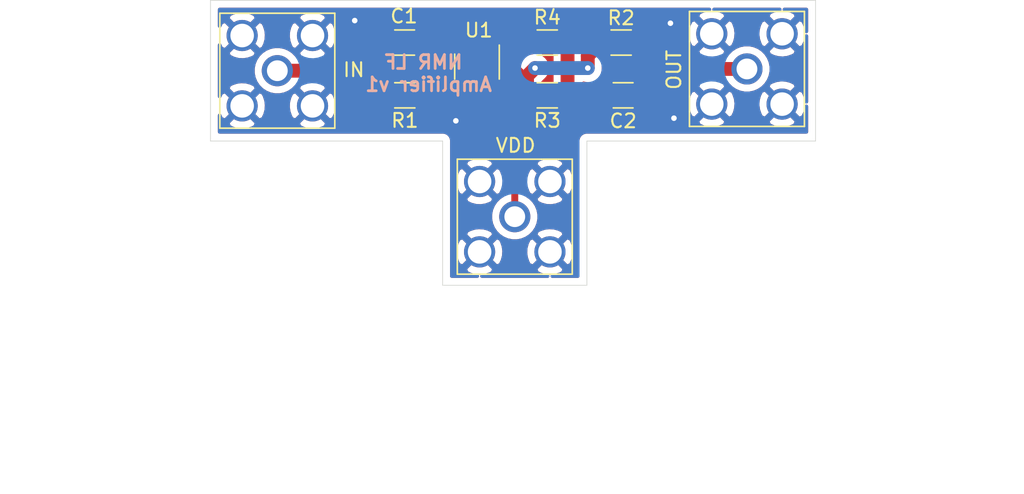
<source format=kicad_pcb>
(kicad_pcb (version 20171130) (host pcbnew "(5.1.7)-1")

  (general
    (thickness 1.6)
    (drawings 9)
    (tracks 37)
    (zones 0)
    (modules 10)
    (nets 8)
  )

  (page A4)
  (layers
    (0 F.Cu signal)
    (31 B.Cu signal)
    (32 B.Adhes user)
    (33 F.Adhes user)
    (34 B.Paste user)
    (35 F.Paste user)
    (36 B.SilkS user)
    (37 F.SilkS user)
    (38 B.Mask user)
    (39 F.Mask user)
    (40 Dwgs.User user)
    (41 Cmts.User user)
    (42 Eco1.User user)
    (43 Eco2.User user)
    (44 Edge.Cuts user)
    (45 Margin user)
    (46 B.CrtYd user)
    (47 F.CrtYd user)
    (48 B.Fab user)
    (49 F.Fab user hide)
  )

  (setup
    (last_trace_width 0.25)
    (user_trace_width 0.5)
    (user_trace_width 1)
    (trace_clearance 0.2)
    (zone_clearance 0.508)
    (zone_45_only no)
    (trace_min 0.2)
    (via_size 0.8)
    (via_drill 0.4)
    (via_min_size 0.4)
    (via_min_drill 0.3)
    (uvia_size 0.3)
    (uvia_drill 0.1)
    (uvias_allowed no)
    (uvia_min_size 0.2)
    (uvia_min_drill 0.1)
    (edge_width 0.05)
    (segment_width 0.2)
    (pcb_text_width 0.3)
    (pcb_text_size 1.5 1.5)
    (mod_edge_width 0.12)
    (mod_text_size 1 1)
    (mod_text_width 0.15)
    (pad_size 1.524 1.524)
    (pad_drill 0.762)
    (pad_to_mask_clearance 0)
    (aux_axis_origin 0 0)
    (visible_elements 7FFFFFFF)
    (pcbplotparams
      (layerselection 0x010fc_ffffffff)
      (usegerberextensions false)
      (usegerberattributes true)
      (usegerberadvancedattributes true)
      (creategerberjobfile true)
      (excludeedgelayer true)
      (linewidth 0.100000)
      (plotframeref false)
      (viasonmask false)
      (mode 1)
      (useauxorigin false)
      (hpglpennumber 1)
      (hpglpenspeed 20)
      (hpglpendiameter 15.000000)
      (psnegative false)
      (psa4output false)
      (plotreference true)
      (plotvalue true)
      (plotinvisibletext false)
      (padsonsilk false)
      (subtractmaskfromsilk false)
      (outputformat 1)
      (mirror false)
      (drillshape 1)
      (scaleselection 1)
      (outputdirectory ""))
  )

  (net 0 "")
  (net 1 "Net-(C1-Pad1)")
  (net 2 "Net-(C1-Pad2)")
  (net 3 "Net-(C2-Pad2)")
  (net 4 GND)
  (net 5 "Net-(J2-Pad1)")
  (net 6 "Net-(R2-Pad2)")
  (net 7 "Net-(R3-Pad1)")

  (net_class Default "This is the default net class."
    (clearance 0.2)
    (trace_width 0.25)
    (via_dia 0.8)
    (via_drill 0.4)
    (uvia_dia 0.3)
    (uvia_drill 0.1)
    (add_net GND)
    (add_net "Net-(C1-Pad1)")
    (add_net "Net-(C1-Pad2)")
    (add_net "Net-(C2-Pad2)")
    (add_net "Net-(J2-Pad1)")
    (add_net "Net-(R2-Pad2)")
    (add_net "Net-(R3-Pad1)")
  )

  (module Capacitor_SMD:C_1206_3216Metric (layer F.Cu) (tedit 5F68FEEE) (tstamp 61AA7567)
    (at 134.669 108.458 180)
    (descr "Capacitor SMD 1206 (3216 Metric), square (rectangular) end terminal, IPC_7351 nominal, (Body size source: IPC-SM-782 page 76, https://www.pcb-3d.com/wordpress/wp-content/uploads/ipc-sm-782a_amendment_1_and_2.pdf), generated with kicad-footprint-generator")
    (tags capacitor)
    (path /619E74D4)
    (attr smd)
    (fp_text reference C1 (at 0.049 1.905) (layer F.SilkS)
      (effects (font (size 1 1) (thickness 0.15)))
    )
    (fp_text value C (at 0 1.85) (layer F.Fab)
      (effects (font (size 1 1) (thickness 0.15)))
    )
    (fp_line (start -1.6 0.8) (end -1.6 -0.8) (layer F.Fab) (width 0.1))
    (fp_line (start -1.6 -0.8) (end 1.6 -0.8) (layer F.Fab) (width 0.1))
    (fp_line (start 1.6 -0.8) (end 1.6 0.8) (layer F.Fab) (width 0.1))
    (fp_line (start 1.6 0.8) (end -1.6 0.8) (layer F.Fab) (width 0.1))
    (fp_line (start -0.711252 -0.91) (end 0.711252 -0.91) (layer F.SilkS) (width 0.12))
    (fp_line (start -0.711252 0.91) (end 0.711252 0.91) (layer F.SilkS) (width 0.12))
    (fp_line (start -2.3 1.15) (end -2.3 -1.15) (layer F.CrtYd) (width 0.05))
    (fp_line (start -2.3 -1.15) (end 2.3 -1.15) (layer F.CrtYd) (width 0.05))
    (fp_line (start 2.3 -1.15) (end 2.3 1.15) (layer F.CrtYd) (width 0.05))
    (fp_line (start 2.3 1.15) (end -2.3 1.15) (layer F.CrtYd) (width 0.05))
    (fp_text user %R (at 0 0) (layer F.Fab)
      (effects (font (size 0.8 0.8) (thickness 0.12)))
    )
    (pad 1 smd roundrect (at -1.475 0 180) (size 1.15 1.8) (layers F.Cu F.Paste F.Mask) (roundrect_rratio 0.217391)
      (net 1 "Net-(C1-Pad1)"))
    (pad 2 smd roundrect (at 1.475 0 180) (size 1.15 1.8) (layers F.Cu F.Paste F.Mask) (roundrect_rratio 0.217391)
      (net 2 "Net-(C1-Pad2)"))
    (model ${KISYS3DMOD}/Capacitor_SMD.3dshapes/C_1206_3216Metric.wrl
      (at (xyz 0 0 0))
      (scale (xyz 1 1 1))
      (rotate (xyz 0 0 0))
    )
  )

  (module Capacitor_SMD:C_1206_3216Metric (layer F.Cu) (tedit 5F68FEEE) (tstamp 61AA7578)
    (at 150.446 112.268 180)
    (descr "Capacitor SMD 1206 (3216 Metric), square (rectangular) end terminal, IPC_7351 nominal, (Body size source: IPC-SM-782 page 76, https://www.pcb-3d.com/wordpress/wp-content/uploads/ipc-sm-782a_amendment_1_and_2.pdf), generated with kicad-footprint-generator")
    (tags capacitor)
    (path /619FC0FF)
    (attr smd)
    (fp_text reference C2 (at 0 -1.85) (layer F.SilkS)
      (effects (font (size 1 1) (thickness 0.15)))
    )
    (fp_text value C (at 0 1.85) (layer F.Fab)
      (effects (font (size 1 1) (thickness 0.15)))
    )
    (fp_line (start 2.3 1.15) (end -2.3 1.15) (layer F.CrtYd) (width 0.05))
    (fp_line (start 2.3 -1.15) (end 2.3 1.15) (layer F.CrtYd) (width 0.05))
    (fp_line (start -2.3 -1.15) (end 2.3 -1.15) (layer F.CrtYd) (width 0.05))
    (fp_line (start -2.3 1.15) (end -2.3 -1.15) (layer F.CrtYd) (width 0.05))
    (fp_line (start -0.711252 0.91) (end 0.711252 0.91) (layer F.SilkS) (width 0.12))
    (fp_line (start -0.711252 -0.91) (end 0.711252 -0.91) (layer F.SilkS) (width 0.12))
    (fp_line (start 1.6 0.8) (end -1.6 0.8) (layer F.Fab) (width 0.1))
    (fp_line (start 1.6 -0.8) (end 1.6 0.8) (layer F.Fab) (width 0.1))
    (fp_line (start -1.6 -0.8) (end 1.6 -0.8) (layer F.Fab) (width 0.1))
    (fp_line (start -1.6 0.8) (end -1.6 -0.8) (layer F.Fab) (width 0.1))
    (fp_text user %R (at 0 0) (layer F.Fab)
      (effects (font (size 0.8 0.8) (thickness 0.12)))
    )
    (pad 2 smd roundrect (at 1.475 0 180) (size 1.15 1.8) (layers F.Cu F.Paste F.Mask) (roundrect_rratio 0.217391)
      (net 3 "Net-(C2-Pad2)"))
    (pad 1 smd roundrect (at -1.475 0 180) (size 1.15 1.8) (layers F.Cu F.Paste F.Mask) (roundrect_rratio 0.217391)
      (net 4 GND))
    (model ${KISYS3DMOD}/Capacitor_SMD.3dshapes/C_1206_3216Metric.wrl
      (at (xyz 0 0 0))
      (scale (xyz 1 1 1))
      (rotate (xyz 0 0 0))
    )
  )

  (module Connector_Coaxial:SMA_Amphenol_132203-12_Horizontal (layer F.Cu) (tedit 5CF42CD6) (tstamp 61AA75A6)
    (at 125.476 110.49 90)
    (descr https://www.amphenolrf.com/media/downloads/1769/132203-12.pdf)
    (tags "SMA THT Female Jack Horizontal")
    (path /619FE0BF)
    (fp_text reference IN (at 0.0635 5.5245 180) (layer F.SilkS)
      (effects (font (size 1 1) (thickness 0.15)))
    )
    (fp_text value Conn_Coaxial (at 0 5 90) (layer F.Fab)
      (effects (font (size 1 1) (thickness 0.15)))
    )
    (fp_line (start -3.175 -5.998) (end 3.175 -6.704) (layer F.Fab) (width 0.1))
    (fp_line (start -3.175 -6.704) (end 3.175 -7.41) (layer F.Fab) (width 0.1))
    (fp_line (start -3.175 -7.41) (end 3.175 -8.116) (layer F.Fab) (width 0.1))
    (fp_line (start -3.175 -8.116) (end 3.175 -8.822) (layer F.Fab) (width 0.1))
    (fp_line (start -3.175 -8.822) (end 3.175 -9.528) (layer F.Fab) (width 0.1))
    (fp_line (start -3.175 -9.528) (end 3.175 -10.234) (layer F.Fab) (width 0.1))
    (fp_line (start -3.175 -10.234) (end 3.175 -10.94) (layer F.Fab) (width 0.1))
    (fp_line (start -3.175 -10.94) (end 3.175 -11.646) (layer F.Fab) (width 0.1))
    (fp_line (start -3.175 -11.646) (end 3.175 -12.352) (layer F.Fab) (width 0.1))
    (fp_line (start -3.175 -12.352) (end 3.175 -13.058) (layer F.Fab) (width 0.1))
    (fp_line (start -3.175 -13.058) (end 3.175 -13.764) (layer F.Fab) (width 0.1))
    (fp_line (start -3.175 -13.764) (end 3.175 -14.47) (layer F.Fab) (width 0.1))
    (fp_line (start -3.175 -14.47) (end 3.175 -15.176) (layer F.Fab) (width 0.1))
    (fp_line (start -3.175 -15.176) (end 3.175 -15.882) (layer F.Fab) (width 0.1))
    (fp_line (start -3.175 -15.882) (end 3.175 -16.588) (layer F.Fab) (width 0.1))
    (fp_line (start -3.175 -16.588) (end 3.175 -17.294) (layer F.Fab) (width 0.1))
    (fp_line (start -3.175 -17.294) (end 3.175 -18) (layer F.Fab) (width 0.1))
    (fp_line (start 4.5 4.5) (end -4.5 4.5) (layer F.CrtYd) (width 0.05))
    (fp_line (start 4.5 4.5) (end 4.5 -20) (layer F.CrtYd) (width 0.05))
    (fp_line (start -4.5 -20) (end -4.5 4.5) (layer F.CrtYd) (width 0.05))
    (fp_line (start -4.5 -20) (end 4.5 -20) (layer F.CrtYd) (width 0.05))
    (fp_line (start -4 -4) (end -4 4) (layer F.Fab) (width 0.1))
    (fp_line (start -4 4) (end 4 4) (layer F.Fab) (width 0.1))
    (fp_line (start 4 -4) (end 4 4) (layer F.Fab) (width 0.1))
    (fp_line (start -4.15 -4.15) (end -4.15 4.15) (layer F.SilkS) (width 0.12))
    (fp_line (start 4.15 -4.15) (end 4.15 4.15) (layer F.SilkS) (width 0.12))
    (fp_line (start -4.15 4.15) (end 4.15 4.15) (layer F.SilkS) (width 0.12))
    (fp_line (start -4.15 -4.15) (end 4.15 -4.15) (layer F.SilkS) (width 0.12))
    (fp_line (start -3.175 -19.5) (end 3.175 -19.5) (layer F.Fab) (width 0.1))
    (fp_line (start -3.175 -19.5) (end -3.175 -5.07) (layer F.Fab) (width 0.1))
    (fp_line (start 3.175 -19.5) (end 3.175 -5.07) (layer F.Fab) (width 0.1))
    (fp_line (start 3.9 -4) (end 3.9 -5.07) (layer F.Fab) (width 0.1))
    (fp_line (start 3.9 -5.07) (end -3.9 -5.07) (layer F.Fab) (width 0.1))
    (fp_line (start -3.9 -5.07) (end -3.9 -4) (layer F.Fab) (width 0.1))
    (fp_line (start -4 -4) (end 4 -4) (layer F.Fab) (width 0.1))
    (fp_line (start -3.175 -18) (end 3.175 -18.706) (layer F.Fab) (width 0.1))
    (fp_text user %R (at 0 0 90) (layer F.Fab)
      (effects (font (size 1 1) (thickness 0.15)))
    )
    (pad 1 thru_hole circle (at 0 0 90) (size 2.25 2.25) (drill 1.5) (layers *.Cu *.Mask)
      (net 2 "Net-(C1-Pad2)"))
    (pad 2 thru_hole circle (at 2.54 2.54 180) (size 2.25 2.25) (drill 1.7) (layers *.Cu *.Mask)
      (net 4 GND))
    (pad 2 thru_hole circle (at 2.54 -2.54 90) (size 2.25 2.25) (drill 1.7) (layers *.Cu *.Mask)
      (net 4 GND))
    (pad 2 thru_hole circle (at -2.54 -2.54 90) (size 2.25 2.25) (drill 1.7) (layers *.Cu *.Mask)
      (net 4 GND))
    (pad 2 thru_hole circle (at -2.54 2.54 90) (size 2.25 2.25) (drill 1.7) (layers *.Cu *.Mask)
      (net 4 GND))
    (model ${KISYS3DMOD}/Connector_Coaxial.3dshapes/SMA_Amphenol_132203-12_Horizontal.wrl
      (at (xyz 0 0 0))
      (scale (xyz 1 1 1))
      (rotate (xyz 0 0 0))
    )
  )

  (module Connector_Coaxial:SMA_Amphenol_132203-12_Horizontal (layer F.Cu) (tedit 5CF42CD6) (tstamp 61AA75D4)
    (at 142.621 121.031 180)
    (descr https://www.amphenolrf.com/media/downloads/1769/132203-12.pdf)
    (tags "SMA THT Female Jack Horizontal")
    (path /61AB1EBB)
    (fp_text reference VDD (at -0.0635 5.1435 180) (layer F.SilkS)
      (effects (font (size 1 1) (thickness 0.15)))
    )
    (fp_text value Conn_Coaxial (at 0 5) (layer F.Fab)
      (effects (font (size 1 1) (thickness 0.15)))
    )
    (fp_line (start -3.175 -18) (end 3.175 -18.706) (layer F.Fab) (width 0.1))
    (fp_line (start -4 -4) (end 4 -4) (layer F.Fab) (width 0.1))
    (fp_line (start -3.9 -5.07) (end -3.9 -4) (layer F.Fab) (width 0.1))
    (fp_line (start 3.9 -5.07) (end -3.9 -5.07) (layer F.Fab) (width 0.1))
    (fp_line (start 3.9 -4) (end 3.9 -5.07) (layer F.Fab) (width 0.1))
    (fp_line (start 3.175 -19.5) (end 3.175 -5.07) (layer F.Fab) (width 0.1))
    (fp_line (start -3.175 -19.5) (end -3.175 -5.07) (layer F.Fab) (width 0.1))
    (fp_line (start -3.175 -19.5) (end 3.175 -19.5) (layer F.Fab) (width 0.1))
    (fp_line (start -4.15 -4.15) (end 4.15 -4.15) (layer F.SilkS) (width 0.12))
    (fp_line (start -4.15 4.15) (end 4.15 4.15) (layer F.SilkS) (width 0.12))
    (fp_line (start 4.15 -4.15) (end 4.15 4.15) (layer F.SilkS) (width 0.12))
    (fp_line (start -4.15 -4.15) (end -4.15 4.15) (layer F.SilkS) (width 0.12))
    (fp_line (start 4 -4) (end 4 4) (layer F.Fab) (width 0.1))
    (fp_line (start -4 4) (end 4 4) (layer F.Fab) (width 0.1))
    (fp_line (start -4 -4) (end -4 4) (layer F.Fab) (width 0.1))
    (fp_line (start -4.5 -20) (end 4.5 -20) (layer F.CrtYd) (width 0.05))
    (fp_line (start -4.5 -20) (end -4.5 4.5) (layer F.CrtYd) (width 0.05))
    (fp_line (start 4.5 4.5) (end 4.5 -20) (layer F.CrtYd) (width 0.05))
    (fp_line (start 4.5 4.5) (end -4.5 4.5) (layer F.CrtYd) (width 0.05))
    (fp_line (start -3.175 -17.294) (end 3.175 -18) (layer F.Fab) (width 0.1))
    (fp_line (start -3.175 -16.588) (end 3.175 -17.294) (layer F.Fab) (width 0.1))
    (fp_line (start -3.175 -15.882) (end 3.175 -16.588) (layer F.Fab) (width 0.1))
    (fp_line (start -3.175 -15.176) (end 3.175 -15.882) (layer F.Fab) (width 0.1))
    (fp_line (start -3.175 -14.47) (end 3.175 -15.176) (layer F.Fab) (width 0.1))
    (fp_line (start -3.175 -13.764) (end 3.175 -14.47) (layer F.Fab) (width 0.1))
    (fp_line (start -3.175 -13.058) (end 3.175 -13.764) (layer F.Fab) (width 0.1))
    (fp_line (start -3.175 -12.352) (end 3.175 -13.058) (layer F.Fab) (width 0.1))
    (fp_line (start -3.175 -11.646) (end 3.175 -12.352) (layer F.Fab) (width 0.1))
    (fp_line (start -3.175 -10.94) (end 3.175 -11.646) (layer F.Fab) (width 0.1))
    (fp_line (start -3.175 -10.234) (end 3.175 -10.94) (layer F.Fab) (width 0.1))
    (fp_line (start -3.175 -9.528) (end 3.175 -10.234) (layer F.Fab) (width 0.1))
    (fp_line (start -3.175 -8.822) (end 3.175 -9.528) (layer F.Fab) (width 0.1))
    (fp_line (start -3.175 -8.116) (end 3.175 -8.822) (layer F.Fab) (width 0.1))
    (fp_line (start -3.175 -7.41) (end 3.175 -8.116) (layer F.Fab) (width 0.1))
    (fp_line (start -3.175 -6.704) (end 3.175 -7.41) (layer F.Fab) (width 0.1))
    (fp_line (start -3.175 -5.998) (end 3.175 -6.704) (layer F.Fab) (width 0.1))
    (fp_text user %R (at 0 0) (layer F.Fab)
      (effects (font (size 1 1) (thickness 0.15)))
    )
    (pad 2 thru_hole circle (at -2.54 2.54 180) (size 2.25 2.25) (drill 1.7) (layers *.Cu *.Mask)
      (net 4 GND))
    (pad 2 thru_hole circle (at -2.54 -2.54 180) (size 2.25 2.25) (drill 1.7) (layers *.Cu *.Mask)
      (net 4 GND))
    (pad 2 thru_hole circle (at 2.54 -2.54 180) (size 2.25 2.25) (drill 1.7) (layers *.Cu *.Mask)
      (net 4 GND))
    (pad 2 thru_hole circle (at 2.54 2.54 270) (size 2.25 2.25) (drill 1.7) (layers *.Cu *.Mask)
      (net 4 GND))
    (pad 1 thru_hole circle (at 0 0 180) (size 2.25 2.25) (drill 1.5) (layers *.Cu *.Mask)
      (net 5 "Net-(J2-Pad1)"))
    (model ${KISYS3DMOD}/Connector_Coaxial.3dshapes/SMA_Amphenol_132203-12_Horizontal.wrl
      (at (xyz 0 0 0))
      (scale (xyz 1 1 1))
      (rotate (xyz 0 0 0))
    )
  )

  (module Connector_Coaxial:SMA_Amphenol_132203-12_Horizontal (layer F.Cu) (tedit 5CF42CD6) (tstamp 61AA7602)
    (at 159.385 110.363 270)
    (descr https://www.amphenolrf.com/media/downloads/1769/132203-12.pdf)
    (tags "SMA THT Female Jack Horizontal")
    (path /619E90A5)
    (fp_text reference OUT (at 0.0635 5.2705 90) (layer F.SilkS)
      (effects (font (size 1 1) (thickness 0.15)))
    )
    (fp_text value Conn_Coaxial (at 0 5 90) (layer F.Fab)
      (effects (font (size 1 1) (thickness 0.15)))
    )
    (fp_line (start -3.175 -18) (end 3.175 -18.706) (layer F.Fab) (width 0.1))
    (fp_line (start -4 -4) (end 4 -4) (layer F.Fab) (width 0.1))
    (fp_line (start -3.9 -5.07) (end -3.9 -4) (layer F.Fab) (width 0.1))
    (fp_line (start 3.9 -5.07) (end -3.9 -5.07) (layer F.Fab) (width 0.1))
    (fp_line (start 3.9 -4) (end 3.9 -5.07) (layer F.Fab) (width 0.1))
    (fp_line (start 3.175 -19.5) (end 3.175 -5.07) (layer F.Fab) (width 0.1))
    (fp_line (start -3.175 -19.5) (end -3.175 -5.07) (layer F.Fab) (width 0.1))
    (fp_line (start -3.175 -19.5) (end 3.175 -19.5) (layer F.Fab) (width 0.1))
    (fp_line (start -4.15 -4.15) (end 4.15 -4.15) (layer F.SilkS) (width 0.12))
    (fp_line (start -4.15 4.15) (end 4.15 4.15) (layer F.SilkS) (width 0.12))
    (fp_line (start 4.15 -4.15) (end 4.15 4.15) (layer F.SilkS) (width 0.12))
    (fp_line (start -4.15 -4.15) (end -4.15 4.15) (layer F.SilkS) (width 0.12))
    (fp_line (start 4 -4) (end 4 4) (layer F.Fab) (width 0.1))
    (fp_line (start -4 4) (end 4 4) (layer F.Fab) (width 0.1))
    (fp_line (start -4 -4) (end -4 4) (layer F.Fab) (width 0.1))
    (fp_line (start -4.5 -20) (end 4.5 -20) (layer F.CrtYd) (width 0.05))
    (fp_line (start -4.5 -20) (end -4.5 4.5) (layer F.CrtYd) (width 0.05))
    (fp_line (start 4.5 4.5) (end 4.5 -20) (layer F.CrtYd) (width 0.05))
    (fp_line (start 4.5 4.5) (end -4.5 4.5) (layer F.CrtYd) (width 0.05))
    (fp_line (start -3.175 -17.294) (end 3.175 -18) (layer F.Fab) (width 0.1))
    (fp_line (start -3.175 -16.588) (end 3.175 -17.294) (layer F.Fab) (width 0.1))
    (fp_line (start -3.175 -15.882) (end 3.175 -16.588) (layer F.Fab) (width 0.1))
    (fp_line (start -3.175 -15.176) (end 3.175 -15.882) (layer F.Fab) (width 0.1))
    (fp_line (start -3.175 -14.47) (end 3.175 -15.176) (layer F.Fab) (width 0.1))
    (fp_line (start -3.175 -13.764) (end 3.175 -14.47) (layer F.Fab) (width 0.1))
    (fp_line (start -3.175 -13.058) (end 3.175 -13.764) (layer F.Fab) (width 0.1))
    (fp_line (start -3.175 -12.352) (end 3.175 -13.058) (layer F.Fab) (width 0.1))
    (fp_line (start -3.175 -11.646) (end 3.175 -12.352) (layer F.Fab) (width 0.1))
    (fp_line (start -3.175 -10.94) (end 3.175 -11.646) (layer F.Fab) (width 0.1))
    (fp_line (start -3.175 -10.234) (end 3.175 -10.94) (layer F.Fab) (width 0.1))
    (fp_line (start -3.175 -9.528) (end 3.175 -10.234) (layer F.Fab) (width 0.1))
    (fp_line (start -3.175 -8.822) (end 3.175 -9.528) (layer F.Fab) (width 0.1))
    (fp_line (start -3.175 -8.116) (end 3.175 -8.822) (layer F.Fab) (width 0.1))
    (fp_line (start -3.175 -7.41) (end 3.175 -8.116) (layer F.Fab) (width 0.1))
    (fp_line (start -3.175 -6.704) (end 3.175 -7.41) (layer F.Fab) (width 0.1))
    (fp_line (start -3.175 -5.998) (end 3.175 -6.704) (layer F.Fab) (width 0.1))
    (fp_text user %R (at 0 0 90) (layer F.Fab)
      (effects (font (size 1 1) (thickness 0.15)))
    )
    (pad 2 thru_hole circle (at -2.54 2.54 270) (size 2.25 2.25) (drill 1.7) (layers *.Cu *.Mask)
      (net 4 GND))
    (pad 2 thru_hole circle (at -2.54 -2.54 270) (size 2.25 2.25) (drill 1.7) (layers *.Cu *.Mask)
      (net 4 GND))
    (pad 2 thru_hole circle (at 2.54 -2.54 270) (size 2.25 2.25) (drill 1.7) (layers *.Cu *.Mask)
      (net 4 GND))
    (pad 2 thru_hole circle (at 2.54 2.54) (size 2.25 2.25) (drill 1.7) (layers *.Cu *.Mask)
      (net 4 GND))
    (pad 1 thru_hole circle (at 0 0 270) (size 2.25 2.25) (drill 1.5) (layers *.Cu *.Mask)
      (net 3 "Net-(C2-Pad2)"))
    (model ${KISYS3DMOD}/Connector_Coaxial.3dshapes/SMA_Amphenol_132203-12_Horizontal.wrl
      (at (xyz 0 0 0))
      (scale (xyz 1 1 1))
      (rotate (xyz 0 0 0))
    )
  )

  (module Resistor_SMD:R_1206_3216Metric (layer F.Cu) (tedit 5F68FEEE) (tstamp 61AA7613)
    (at 134.6815 112.268 180)
    (descr "Resistor SMD 1206 (3216 Metric), square (rectangular) end terminal, IPC_7351 nominal, (Body size source: IPC-SM-782 page 72, https://www.pcb-3d.com/wordpress/wp-content/uploads/ipc-sm-782a_amendment_1_and_2.pdf), generated with kicad-footprint-generator")
    (tags resistor)
    (path /619E8858)
    (attr smd)
    (fp_text reference R1 (at 0 -1.82) (layer F.SilkS)
      (effects (font (size 1 1) (thickness 0.15)))
    )
    (fp_text value R (at 0 1.82) (layer F.Fab)
      (effects (font (size 1 1) (thickness 0.15)))
    )
    (fp_line (start -1.6 0.8) (end -1.6 -0.8) (layer F.Fab) (width 0.1))
    (fp_line (start -1.6 -0.8) (end 1.6 -0.8) (layer F.Fab) (width 0.1))
    (fp_line (start 1.6 -0.8) (end 1.6 0.8) (layer F.Fab) (width 0.1))
    (fp_line (start 1.6 0.8) (end -1.6 0.8) (layer F.Fab) (width 0.1))
    (fp_line (start -0.727064 -0.91) (end 0.727064 -0.91) (layer F.SilkS) (width 0.12))
    (fp_line (start -0.727064 0.91) (end 0.727064 0.91) (layer F.SilkS) (width 0.12))
    (fp_line (start -2.28 1.12) (end -2.28 -1.12) (layer F.CrtYd) (width 0.05))
    (fp_line (start -2.28 -1.12) (end 2.28 -1.12) (layer F.CrtYd) (width 0.05))
    (fp_line (start 2.28 -1.12) (end 2.28 1.12) (layer F.CrtYd) (width 0.05))
    (fp_line (start 2.28 1.12) (end -2.28 1.12) (layer F.CrtYd) (width 0.05))
    (fp_text user %R (at -0.0655 0) (layer F.Fab)
      (effects (font (size 0.8 0.8) (thickness 0.12)))
    )
    (pad 1 smd roundrect (at -1.4625 0 180) (size 1.125 1.75) (layers F.Cu F.Paste F.Mask) (roundrect_rratio 0.222222)
      (net 1 "Net-(C1-Pad1)"))
    (pad 2 smd roundrect (at 1.4625 0 180) (size 1.125 1.75) (layers F.Cu F.Paste F.Mask) (roundrect_rratio 0.222222)
      (net 4 GND))
    (model ${KISYS3DMOD}/Resistor_SMD.3dshapes/R_1206_3216Metric.wrl
      (at (xyz 0 0 0))
      (scale (xyz 1 1 1))
      (rotate (xyz 0 0 0))
    )
  )

  (module Resistor_SMD:R_1206_3216Metric (layer F.Cu) (tedit 5F68FEEE) (tstamp 61AA7624)
    (at 150.3025 108.458 180)
    (descr "Resistor SMD 1206 (3216 Metric), square (rectangular) end terminal, IPC_7351 nominal, (Body size source: IPC-SM-782 page 72, https://www.pcb-3d.com/wordpress/wp-content/uploads/ipc-sm-782a_amendment_1_and_2.pdf), generated with kicad-footprint-generator")
    (tags resistor)
    (path /619FB887)
    (attr smd)
    (fp_text reference R2 (at 0 1.778) (layer F.SilkS)
      (effects (font (size 1 1) (thickness 0.15)))
    )
    (fp_text value R (at 0 1.82) (layer F.Fab)
      (effects (font (size 1 1) (thickness 0.15)))
    )
    (fp_line (start 2.28 1.12) (end -2.28 1.12) (layer F.CrtYd) (width 0.05))
    (fp_line (start 2.28 -1.12) (end 2.28 1.12) (layer F.CrtYd) (width 0.05))
    (fp_line (start -2.28 -1.12) (end 2.28 -1.12) (layer F.CrtYd) (width 0.05))
    (fp_line (start -2.28 1.12) (end -2.28 -1.12) (layer F.CrtYd) (width 0.05))
    (fp_line (start -0.727064 0.91) (end 0.727064 0.91) (layer F.SilkS) (width 0.12))
    (fp_line (start -0.727064 -0.91) (end 0.727064 -0.91) (layer F.SilkS) (width 0.12))
    (fp_line (start 1.6 0.8) (end -1.6 0.8) (layer F.Fab) (width 0.1))
    (fp_line (start 1.6 -0.8) (end 1.6 0.8) (layer F.Fab) (width 0.1))
    (fp_line (start -1.6 -0.8) (end 1.6 -0.8) (layer F.Fab) (width 0.1))
    (fp_line (start -1.6 0.8) (end -1.6 -0.8) (layer F.Fab) (width 0.1))
    (fp_text user %R (at 0 0) (layer F.Fab)
      (effects (font (size 0.8 0.8) (thickness 0.12)))
    )
    (pad 2 smd roundrect (at 1.4625 0 180) (size 1.125 1.75) (layers F.Cu F.Paste F.Mask) (roundrect_rratio 0.222222)
      (net 6 "Net-(R2-Pad2)"))
    (pad 1 smd roundrect (at -1.4625 0 180) (size 1.125 1.75) (layers F.Cu F.Paste F.Mask) (roundrect_rratio 0.222222)
      (net 3 "Net-(C2-Pad2)"))
    (model ${KISYS3DMOD}/Resistor_SMD.3dshapes/R_1206_3216Metric.wrl
      (at (xyz 0 0 0))
      (scale (xyz 1 1 1))
      (rotate (xyz 0 0 0))
    )
  )

  (module Resistor_SMD:R_1206_3216Metric (layer F.Cu) (tedit 5F68FEEE) (tstamp 61AA7635)
    (at 144.9685 112.268 180)
    (descr "Resistor SMD 1206 (3216 Metric), square (rectangular) end terminal, IPC_7351 nominal, (Body size source: IPC-SM-782 page 72, https://www.pcb-3d.com/wordpress/wp-content/uploads/ipc-sm-782a_amendment_1_and_2.pdf), generated with kicad-footprint-generator")
    (tags resistor)
    (path /61AADF6B)
    (attr smd)
    (fp_text reference R3 (at 0 -1.82) (layer F.SilkS)
      (effects (font (size 1 1) (thickness 0.15)))
    )
    (fp_text value R (at 0 1.82) (layer F.Fab)
      (effects (font (size 1 1) (thickness 0.15)))
    )
    (fp_line (start -1.6 0.8) (end -1.6 -0.8) (layer F.Fab) (width 0.1))
    (fp_line (start -1.6 -0.8) (end 1.6 -0.8) (layer F.Fab) (width 0.1))
    (fp_line (start 1.6 -0.8) (end 1.6 0.8) (layer F.Fab) (width 0.1))
    (fp_line (start 1.6 0.8) (end -1.6 0.8) (layer F.Fab) (width 0.1))
    (fp_line (start -0.727064 -0.91) (end 0.727064 -0.91) (layer F.SilkS) (width 0.12))
    (fp_line (start -0.727064 0.91) (end 0.727064 0.91) (layer F.SilkS) (width 0.12))
    (fp_line (start -2.28 1.12) (end -2.28 -1.12) (layer F.CrtYd) (width 0.05))
    (fp_line (start -2.28 -1.12) (end 2.28 -1.12) (layer F.CrtYd) (width 0.05))
    (fp_line (start 2.28 -1.12) (end 2.28 1.12) (layer F.CrtYd) (width 0.05))
    (fp_line (start 2.28 1.12) (end -2.28 1.12) (layer F.CrtYd) (width 0.05))
    (fp_text user %R (at 0 0) (layer F.Fab)
      (effects (font (size 0.8 0.8) (thickness 0.12)))
    )
    (pad 1 smd roundrect (at -1.4625 0 180) (size 1.125 1.75) (layers F.Cu F.Paste F.Mask) (roundrect_rratio 0.222222)
      (net 7 "Net-(R3-Pad1)"))
    (pad 2 smd roundrect (at 1.4625 0 180) (size 1.125 1.75) (layers F.Cu F.Paste F.Mask) (roundrect_rratio 0.222222)
      (net 6 "Net-(R2-Pad2)"))
    (model ${KISYS3DMOD}/Resistor_SMD.3dshapes/R_1206_3216Metric.wrl
      (at (xyz 0 0 0))
      (scale (xyz 1 1 1))
      (rotate (xyz 0 0 0))
    )
  )

  (module Resistor_SMD:R_1206_3216Metric (layer F.Cu) (tedit 5F68FEEE) (tstamp 61AA7646)
    (at 144.9685 108.458)
    (descr "Resistor SMD 1206 (3216 Metric), square (rectangular) end terminal, IPC_7351 nominal, (Body size source: IPC-SM-782 page 72, https://www.pcb-3d.com/wordpress/wp-content/uploads/ipc-sm-782a_amendment_1_and_2.pdf), generated with kicad-footprint-generator")
    (tags resistor)
    (path /61AAE49C)
    (attr smd)
    (fp_text reference R4 (at 0 -1.82) (layer F.SilkS)
      (effects (font (size 1 1) (thickness 0.15)))
    )
    (fp_text value R (at 0 1.82) (layer F.Fab)
      (effects (font (size 1 1) (thickness 0.15)))
    )
    (fp_line (start 2.28 1.12) (end -2.28 1.12) (layer F.CrtYd) (width 0.05))
    (fp_line (start 2.28 -1.12) (end 2.28 1.12) (layer F.CrtYd) (width 0.05))
    (fp_line (start -2.28 -1.12) (end 2.28 -1.12) (layer F.CrtYd) (width 0.05))
    (fp_line (start -2.28 1.12) (end -2.28 -1.12) (layer F.CrtYd) (width 0.05))
    (fp_line (start -0.727064 0.91) (end 0.727064 0.91) (layer F.SilkS) (width 0.12))
    (fp_line (start -0.727064 -0.91) (end 0.727064 -0.91) (layer F.SilkS) (width 0.12))
    (fp_line (start 1.6 0.8) (end -1.6 0.8) (layer F.Fab) (width 0.1))
    (fp_line (start 1.6 -0.8) (end 1.6 0.8) (layer F.Fab) (width 0.1))
    (fp_line (start -1.6 -0.8) (end 1.6 -0.8) (layer F.Fab) (width 0.1))
    (fp_line (start -1.6 0.8) (end -1.6 -0.8) (layer F.Fab) (width 0.1))
    (fp_text user %R (at 0 0) (layer F.Fab)
      (effects (font (size 0.8 0.8) (thickness 0.12)))
    )
    (pad 2 smd roundrect (at 1.4625 0) (size 1.125 1.75) (layers F.Cu F.Paste F.Mask) (roundrect_rratio 0.222222)
      (net 7 "Net-(R3-Pad1)"))
    (pad 1 smd roundrect (at -1.4625 0) (size 1.125 1.75) (layers F.Cu F.Paste F.Mask) (roundrect_rratio 0.222222)
      (net 4 GND))
    (model ${KISYS3DMOD}/Resistor_SMD.3dshapes/R_1206_3216Metric.wrl
      (at (xyz 0 0 0))
      (scale (xyz 1 1 1))
      (rotate (xyz 0 0 0))
    )
  )

  (module Package_TO_SOT_SMD:SOT-23-6 (layer F.Cu) (tedit 5A02FF57) (tstamp 61AA765C)
    (at 139.893 110.193 270)
    (descr "6-pin SOT-23 package")
    (tags SOT-23-6)
    (path /61AA7A21)
    (attr smd)
    (fp_text reference U1 (at -2.624 -0.1245 180) (layer F.SilkS)
      (effects (font (size 1 1) (thickness 0.15)))
    )
    (fp_text value MAX4460 (at 0 2.9 90) (layer F.Fab)
      (effects (font (size 1 1) (thickness 0.15)))
    )
    (fp_line (start -0.9 1.61) (end 0.9 1.61) (layer F.SilkS) (width 0.12))
    (fp_line (start 0.9 -1.61) (end -1.55 -1.61) (layer F.SilkS) (width 0.12))
    (fp_line (start 1.9 -1.8) (end -1.9 -1.8) (layer F.CrtYd) (width 0.05))
    (fp_line (start 1.9 1.8) (end 1.9 -1.8) (layer F.CrtYd) (width 0.05))
    (fp_line (start -1.9 1.8) (end 1.9 1.8) (layer F.CrtYd) (width 0.05))
    (fp_line (start -1.9 -1.8) (end -1.9 1.8) (layer F.CrtYd) (width 0.05))
    (fp_line (start -0.9 -0.9) (end -0.25 -1.55) (layer F.Fab) (width 0.1))
    (fp_line (start 0.9 -1.55) (end -0.25 -1.55) (layer F.Fab) (width 0.1))
    (fp_line (start -0.9 -0.9) (end -0.9 1.55) (layer F.Fab) (width 0.1))
    (fp_line (start 0.9 1.55) (end -0.9 1.55) (layer F.Fab) (width 0.1))
    (fp_line (start 0.9 -1.55) (end 0.9 1.55) (layer F.Fab) (width 0.1))
    (fp_text user %R (at -0.133001 -0.150001) (layer F.Fab)
      (effects (font (size 0.5 0.5) (thickness 0.075)))
    )
    (pad 1 smd rect (at -1.1 -0.95 270) (size 1.06 0.65) (layers F.Cu F.Paste F.Mask)
      (net 6 "Net-(R2-Pad2)"))
    (pad 2 smd rect (at -1.1 0 270) (size 1.06 0.65) (layers F.Cu F.Paste F.Mask)
      (net 4 GND))
    (pad 3 smd rect (at -1.1 0.95 270) (size 1.06 0.65) (layers F.Cu F.Paste F.Mask)
      (net 1 "Net-(C1-Pad1)"))
    (pad 4 smd rect (at 1.1 0.95 270) (size 1.06 0.65) (layers F.Cu F.Paste F.Mask)
      (net 4 GND))
    (pad 6 smd rect (at 1.1 -0.95 270) (size 1.06 0.65) (layers F.Cu F.Paste F.Mask)
      (net 7 "Net-(R3-Pad1)"))
    (pad 5 smd rect (at 1.1 0 270) (size 1.06 0.65) (layers F.Cu F.Paste F.Mask)
      (net 5 "Net-(J2-Pad1)"))
    (model ${KISYS3DMOD}/Package_TO_SOT_SMD.3dshapes/SOT-23-6.wrl
      (at (xyz 0 0 0))
      (scale (xyz 1 1 1))
      (rotate (xyz 0 0 0))
    )
  )

  (gr_text "  NMR LF \nAmplifier v1" (at 136.398 110.6805) (layer B.SilkS)
    (effects (font (size 1 1) (thickness 0.2)) (justify mirror))
  )
  (gr_line (start 120.65 115.57) (end 120.65 105.41) (layer Edge.Cuts) (width 0.05) (tstamp 61AA89A8))
  (gr_line (start 164.338 105.41) (end 120.65 105.41) (layer Edge.Cuts) (width 0.05))
  (gr_line (start 164.338 115.57) (end 164.338 105.41) (layer Edge.Cuts) (width 0.05))
  (gr_line (start 147.828 115.57) (end 164.338 115.57) (layer Edge.Cuts) (width 0.05))
  (gr_line (start 147.828 125.984) (end 147.828 115.57) (layer Edge.Cuts) (width 0.05))
  (gr_line (start 137.414 125.984) (end 147.828 125.984) (layer Edge.Cuts) (width 0.05))
  (gr_line (start 137.414 115.57) (end 137.414 125.984) (layer Edge.Cuts) (width 0.05))
  (gr_line (start 120.65 115.57) (end 137.414 115.57) (layer Edge.Cuts) (width 0.05))

  (segment (start 136.144 108.458) (end 136.144 111.887) (width 1) (layer F.Cu) (net 1))
  (segment (start 136.144 108.458) (end 138.176 108.458) (width 1) (layer F.Cu) (net 1))
  (segment (start 138.176 108.458) (end 138.684 108.966) (width 1) (layer F.Cu) (net 1))
  (segment (start 125.476 110.49) (end 131.191 110.49) (width 1) (layer F.Cu) (net 2))
  (segment (start 131.191 110.49) (end 133.096 108.585) (width 1) (layer F.Cu) (net 2))
  (segment (start 151.765 108.458) (end 151.765 109.347) (width 1) (layer F.Cu) (net 3))
  (segment (start 151.765 109.347) (end 151.765 109.4105) (width 1) (layer F.Cu) (net 3))
  (segment (start 151.765 109.4105) (end 148.971 112.2045) (width 1) (layer F.Cu) (net 3))
  (segment (start 159.385 110.363) (end 153.67 110.363) (width 1) (layer F.Cu) (net 3))
  (segment (start 153.67 110.363) (end 151.765 108.458) (width 1) (layer F.Cu) (net 3))
  (segment (start 139.893 109.093) (end 139.893 108.397) (width 0.5) (layer F.Cu) (net 4))
  (via (at 138.3665 114.1095) (size 0.8) (drill 0.4) (layers F.Cu B.Cu) (net 4))
  (via (at 131.064 106.8705) (size 0.8) (drill 0.4) (layers F.Cu B.Cu) (net 4))
  (via (at 153.8605 107.061) (size 0.8) (drill 0.4) (layers F.Cu B.Cu) (net 4))
  (via (at 154.1145 113.919) (size 0.8) (drill 0.4) (layers F.Cu B.Cu) (net 4))
  (segment (start 142.621 121.031) (end 142.621 115.697) (width 0.5) (layer F.Cu) (net 5))
  (segment (start 142.621 115.697) (end 139.8905 112.9665) (width 0.5) (layer F.Cu) (net 5))
  (segment (start 139.8905 112.9665) (end 139.8905 111.379) (width 0.5) (layer F.Cu) (net 5))
  (segment (start 143.506 111.393) (end 141.206 109.093) (width 1) (layer F.Cu) (net 6))
  (segment (start 143.506 112.268) (end 143.506 111.393) (width 1) (layer F.Cu) (net 6))
  (segment (start 143.506 112.268) (end 143.506 110.875) (width 1) (layer F.Cu) (net 6))
  (segment (start 143.506 110.875) (end 144.0815 110.2995) (width 1) (layer F.Cu) (net 6))
  (segment (start 144.0815 110.2995) (end 144.0815 110.2995) (width 1) (layer F.Cu) (net 6) (tstamp 61AA8138))
  (via (at 144.0815 110.2995) (size 0.8) (drill 0.4) (layers F.Cu B.Cu) (net 6))
  (segment (start 144.0815 110.2995) (end 147.8915 110.2995) (width 1) (layer B.Cu) (net 6))
  (segment (start 147.8915 110.2995) (end 147.8915 110.2995) (width 1) (layer B.Cu) (net 6) (tstamp 61AA8146))
  (via (at 147.8915 110.2995) (size 0.8) (drill 0.4) (layers F.Cu B.Cu) (net 6))
  (segment (start 147.8915 110.2995) (end 147.8915 109.4105) (width 1) (layer F.Cu) (net 6))
  (segment (start 147.8915 109.4105) (end 148.844 108.458) (width 1) (layer F.Cu) (net 6))
  (segment (start 146.431 108.458) (end 146.431 112.0775) (width 1) (layer F.Cu) (net 7))
  (segment (start 146.431 112.268) (end 146.431 113.6015) (width 1) (layer F.Cu) (net 7))
  (segment (start 145.8595 114.173) (end 142.6845 114.173) (width 1) (layer F.Cu) (net 7))
  (segment (start 146.431 113.6015) (end 145.8595 114.173) (width 1) (layer F.Cu) (net 7))
  (segment (start 142.6845 114.173) (end 140.97 112.4585) (width 1) (layer F.Cu) (net 7))
  (segment (start 140.97 112.4585) (end 140.97 111.8235) (width 1) (layer F.Cu) (net 7))
  (segment (start 140.843 111.6965) (end 140.97 111.8235) (width 0.5) (layer F.Cu) (net 7))
  (segment (start 140.843 111.293) (end 140.843 111.6965) (width 0.5) (layer F.Cu) (net 7))

  (zone (net 4) (net_name GND) (layer F.Cu) (tstamp 61AA89B2) (hatch edge 0.508)
    (connect_pads (clearance 0.508))
    (min_thickness 0.254)
    (fill yes (arc_segments 32) (thermal_gap 0.508) (thermal_bridge_width 0.508))
    (polygon
      (pts
        (xy 164.084 115.316) (xy 147.574 115.316) (xy 147.574 125.73) (xy 137.668 125.73) (xy 137.668 115.316)
        (xy 120.904 115.316) (xy 120.904 105.664) (xy 164.084 105.664)
      )
    )
    (filled_polygon
      (pts
        (xy 156.44362 106.100634) (xy 156.115315 106.212034) (xy 155.910921 106.321286) (xy 155.800074 106.598469) (xy 156.845 107.643395)
        (xy 157.889926 106.598469) (xy 157.779079 106.321286) (xy 157.46816 106.167911) (xy 157.133295 106.07814) (xy 157.00933 106.07)
        (xy 161.756529 106.07) (xy 161.52362 106.100634) (xy 161.195315 106.212034) (xy 160.990921 106.321286) (xy 160.880074 106.598469)
        (xy 161.925 107.643395) (xy 162.969926 106.598469) (xy 162.859079 106.321286) (xy 162.54816 106.167911) (xy 162.213295 106.07814)
        (xy 162.08933 106.07) (xy 163.678001 106.07) (xy 163.678001 107.654535) (xy 163.647366 107.42162) (xy 163.535966 107.093315)
        (xy 163.426714 106.888921) (xy 163.149531 106.778074) (xy 162.104605 107.823) (xy 163.149531 108.867926) (xy 163.426714 108.757079)
        (xy 163.580089 108.44616) (xy 163.66986 108.111295) (xy 163.678001 107.987319) (xy 163.678 112.734531) (xy 163.647366 112.50162)
        (xy 163.535966 112.173315) (xy 163.426714 111.968921) (xy 163.149531 111.858074) (xy 162.104605 112.903) (xy 163.149531 113.947926)
        (xy 163.426714 113.837079) (xy 163.580089 113.52616) (xy 163.66986 113.191295) (xy 163.678 113.067326) (xy 163.678 114.91)
        (xy 147.860419 114.91) (xy 147.828 114.906807) (xy 147.795581 114.91) (xy 147.698617 114.91955) (xy 147.574207 114.95729)
        (xy 147.45955 115.018575) (xy 147.359052 115.101052) (xy 147.276575 115.20155) (xy 147.21529 115.316207) (xy 147.17755 115.440617)
        (xy 147.164807 115.57) (xy 147.168001 115.602429) (xy 147.168 125.324) (xy 145.329471 125.324) (xy 145.56238 125.293366)
        (xy 145.890685 125.181966) (xy 146.095079 125.072714) (xy 146.205926 124.795531) (xy 145.161 123.750605) (xy 144.116074 124.795531)
        (xy 144.226921 125.072714) (xy 144.53784 125.226089) (xy 144.872705 125.31586) (xy 144.99667 125.324) (xy 140.249471 125.324)
        (xy 140.48238 125.293366) (xy 140.810685 125.181966) (xy 141.015079 125.072714) (xy 141.125926 124.795531) (xy 140.081 123.750605)
        (xy 139.036074 124.795531) (xy 139.146921 125.072714) (xy 139.45784 125.226089) (xy 139.792705 125.31586) (xy 139.91667 125.324)
        (xy 138.074 125.324) (xy 138.074 123.62865) (xy 138.313424 123.62865) (xy 138.358634 123.97238) (xy 138.470034 124.300685)
        (xy 138.579286 124.505079) (xy 138.856469 124.615926) (xy 139.901395 123.571) (xy 140.260605 123.571) (xy 141.305531 124.615926)
        (xy 141.582714 124.505079) (xy 141.736089 124.19416) (xy 141.82586 123.859295) (xy 141.841004 123.62865) (xy 143.393424 123.62865)
        (xy 143.438634 123.97238) (xy 143.550034 124.300685) (xy 143.659286 124.505079) (xy 143.936469 124.615926) (xy 144.981395 123.571)
        (xy 145.340605 123.571) (xy 146.385531 124.615926) (xy 146.662714 124.505079) (xy 146.816089 124.19416) (xy 146.90586 123.859295)
        (xy 146.928576 123.51335) (xy 146.883366 123.16962) (xy 146.771966 122.841315) (xy 146.662714 122.636921) (xy 146.385531 122.526074)
        (xy 145.340605 123.571) (xy 144.981395 123.571) (xy 143.936469 122.526074) (xy 143.659286 122.636921) (xy 143.505911 122.94784)
        (xy 143.41614 123.282705) (xy 143.393424 123.62865) (xy 141.841004 123.62865) (xy 141.848576 123.51335) (xy 141.803366 123.16962)
        (xy 141.691966 122.841315) (xy 141.582714 122.636921) (xy 141.305531 122.526074) (xy 140.260605 123.571) (xy 139.901395 123.571)
        (xy 138.856469 122.526074) (xy 138.579286 122.636921) (xy 138.425911 122.94784) (xy 138.33614 123.282705) (xy 138.313424 123.62865)
        (xy 138.074 123.62865) (xy 138.074 122.346469) (xy 139.036074 122.346469) (xy 140.081 123.391395) (xy 141.125926 122.346469)
        (xy 141.015079 122.069286) (xy 140.70416 121.915911) (xy 140.369295 121.82614) (xy 140.02335 121.803424) (xy 139.67962 121.848634)
        (xy 139.351315 121.960034) (xy 139.146921 122.069286) (xy 139.036074 122.346469) (xy 138.074 122.346469) (xy 138.074 119.715531)
        (xy 139.036074 119.715531) (xy 139.146921 119.992714) (xy 139.45784 120.146089) (xy 139.792705 120.23586) (xy 140.13865 120.258576)
        (xy 140.48238 120.213366) (xy 140.810685 120.101966) (xy 141.015079 119.992714) (xy 141.125926 119.715531) (xy 140.081 118.670605)
        (xy 139.036074 119.715531) (xy 138.074 119.715531) (xy 138.074 118.54865) (xy 138.313424 118.54865) (xy 138.358634 118.89238)
        (xy 138.470034 119.220685) (xy 138.579286 119.425079) (xy 138.856469 119.535926) (xy 139.901395 118.491) (xy 138.856469 117.446074)
        (xy 138.579286 117.556921) (xy 138.425911 117.86784) (xy 138.33614 118.202705) (xy 138.313424 118.54865) (xy 138.074 118.54865)
        (xy 138.074 117.266469) (xy 139.036074 117.266469) (xy 140.081 118.311395) (xy 141.125926 117.266469) (xy 141.015079 116.989286)
        (xy 140.70416 116.835911) (xy 140.369295 116.74614) (xy 140.02335 116.723424) (xy 139.67962 116.768634) (xy 139.351315 116.880034)
        (xy 139.146921 116.989286) (xy 139.036074 117.266469) (xy 138.074 117.266469) (xy 138.074 115.602418) (xy 138.077193 115.57)
        (xy 138.06445 115.440617) (xy 138.02671 115.316207) (xy 137.965425 115.20155) (xy 137.882948 115.101052) (xy 137.78245 115.018575)
        (xy 137.667793 114.95729) (xy 137.543383 114.91955) (xy 137.446419 114.91) (xy 137.414 114.906807) (xy 137.381581 114.91)
        (xy 121.31 114.91) (xy 121.31 114.254531) (xy 121.891074 114.254531) (xy 122.001921 114.531714) (xy 122.31284 114.685089)
        (xy 122.647705 114.77486) (xy 122.99365 114.797576) (xy 123.33738 114.752366) (xy 123.665685 114.640966) (xy 123.870079 114.531714)
        (xy 123.980926 114.254531) (xy 126.971074 114.254531) (xy 127.081921 114.531714) (xy 127.39284 114.685089) (xy 127.727705 114.77486)
        (xy 128.07365 114.797576) (xy 128.41738 114.752366) (xy 128.745685 114.640966) (xy 128.950079 114.531714) (xy 129.060926 114.254531)
        (xy 128.016 113.209605) (xy 126.971074 114.254531) (xy 123.980926 114.254531) (xy 122.936 113.209605) (xy 121.891074 114.254531)
        (xy 121.31 114.254531) (xy 121.31 113.715379) (xy 121.325034 113.759685) (xy 121.434286 113.964079) (xy 121.711469 114.074926)
        (xy 122.756395 113.03) (xy 123.115605 113.03) (xy 124.160531 114.074926) (xy 124.437714 113.964079) (xy 124.591089 113.65316)
        (xy 124.68086 113.318295) (xy 124.696004 113.08765) (xy 126.248424 113.08765) (xy 126.293634 113.43138) (xy 126.405034 113.759685)
        (xy 126.514286 113.964079) (xy 126.791469 114.074926) (xy 127.836395 113.03) (xy 128.195605 113.03) (xy 129.240531 114.074926)
        (xy 129.517714 113.964079) (xy 129.671089 113.65316) (xy 129.76086 113.318295) (xy 129.77237 113.143) (xy 132.018428 113.143)
        (xy 132.030688 113.267482) (xy 132.066998 113.38718) (xy 132.125963 113.497494) (xy 132.205315 113.594185) (xy 132.302006 113.673537)
        (xy 132.41232 113.732502) (xy 132.532018 113.768812) (xy 132.6565 113.781072) (xy 132.93325 113.778) (xy 133.092 113.61925)
        (xy 133.092 112.395) (xy 133.346 112.395) (xy 133.346 113.61925) (xy 133.50475 113.778) (xy 133.7815 113.781072)
        (xy 133.905982 113.768812) (xy 134.02568 113.732502) (xy 134.135994 113.673537) (xy 134.232685 113.594185) (xy 134.312037 113.497494)
        (xy 134.371002 113.38718) (xy 134.407312 113.267482) (xy 134.419572 113.143) (xy 134.4165 112.55375) (xy 134.25775 112.395)
        (xy 133.346 112.395) (xy 133.092 112.395) (xy 132.18025 112.395) (xy 132.0215 112.55375) (xy 132.018428 113.143)
        (xy 129.77237 113.143) (xy 129.783576 112.97235) (xy 129.738366 112.62862) (xy 129.626966 112.300315) (xy 129.517714 112.095921)
        (xy 129.240531 111.985074) (xy 128.195605 113.03) (xy 127.836395 113.03) (xy 126.791469 111.985074) (xy 126.514286 112.095921)
        (xy 126.360911 112.40684) (xy 126.27114 112.741705) (xy 126.248424 113.08765) (xy 124.696004 113.08765) (xy 124.703576 112.97235)
        (xy 124.658366 112.62862) (xy 124.546966 112.300315) (xy 124.437714 112.095921) (xy 124.160531 111.985074) (xy 123.115605 113.03)
        (xy 122.756395 113.03) (xy 121.711469 111.985074) (xy 121.434286 112.095921) (xy 121.31 112.347871) (xy 121.31 111.805469)
        (xy 121.891074 111.805469) (xy 122.936 112.850395) (xy 123.980926 111.805469) (xy 123.870079 111.528286) (xy 123.55916 111.374911)
        (xy 123.224295 111.28514) (xy 122.87835 111.262424) (xy 122.53462 111.307634) (xy 122.206315 111.419034) (xy 122.001921 111.528286)
        (xy 121.891074 111.805469) (xy 121.31 111.805469) (xy 121.31 110.316655) (xy 123.716 110.316655) (xy 123.716 110.663345)
        (xy 123.783636 111.003373) (xy 123.916308 111.323673) (xy 124.108919 111.611935) (xy 124.354065 111.857081) (xy 124.642327 112.049692)
        (xy 124.962627 112.182364) (xy 125.302655 112.25) (xy 125.649345 112.25) (xy 125.989373 112.182364) (xy 126.309673 112.049692)
        (xy 126.597935 111.857081) (xy 126.830016 111.625) (xy 127.043245 111.625) (xy 126.971074 111.805469) (xy 128.016 112.850395)
        (xy 129.060926 111.805469) (xy 128.988755 111.625) (xy 131.135249 111.625) (xy 131.191 111.630491) (xy 131.246751 111.625)
        (xy 131.246752 111.625) (xy 131.413499 111.608577) (xy 131.627447 111.543676) (xy 131.824623 111.438284) (xy 131.997449 111.296449)
        (xy 132.032996 111.253135) (xy 132.036381 111.24975) (xy 132.030688 111.268518) (xy 132.018428 111.393) (xy 132.0215 111.98225)
        (xy 132.18025 112.141) (xy 133.092 112.141) (xy 133.092 110.91675) (xy 133.346 110.91675) (xy 133.346 112.141)
        (xy 134.25775 112.141) (xy 134.4165 111.98225) (xy 134.419572 111.393) (xy 134.407312 111.268518) (xy 134.371002 111.14882)
        (xy 134.312037 111.038506) (xy 134.232685 110.941815) (xy 134.135994 110.862463) (xy 134.02568 110.803498) (xy 133.905982 110.767188)
        (xy 133.7815 110.754928) (xy 133.50475 110.758) (xy 133.346 110.91675) (xy 133.092 110.91675) (xy 132.93325 110.758)
        (xy 132.6565 110.754928) (xy 132.532018 110.767188) (xy 132.51325 110.772881) (xy 133.29006 109.996072) (xy 133.519001 109.996072)
        (xy 133.692255 109.979008) (xy 133.858851 109.928472) (xy 134.012387 109.846405) (xy 134.146962 109.735962) (xy 134.257405 109.601387)
        (xy 134.339472 109.447851) (xy 134.390008 109.281255) (xy 134.407072 109.108001) (xy 134.407072 107.807999) (xy 134.930928 107.807999)
        (xy 134.930928 109.108001) (xy 134.947992 109.281255) (xy 134.998528 109.447851) (xy 135.009 109.467443) (xy 135.009001 111.309832)
        (xy 134.960492 111.469745) (xy 134.943428 111.642999) (xy 134.943428 112.893001) (xy 134.960492 113.066255) (xy 135.011028 113.232851)
        (xy 135.093095 113.386387) (xy 135.203538 113.520962) (xy 135.338113 113.631405) (xy 135.491649 113.713472) (xy 135.658245 113.764008)
        (xy 135.831499 113.781072) (xy 136.456501 113.781072) (xy 136.629755 113.764008) (xy 136.796351 113.713472) (xy 136.949887 113.631405)
        (xy 137.084462 113.520962) (xy 137.194905 113.386387) (xy 137.276972 113.232851) (xy 137.327508 113.066255) (xy 137.344572 112.893001)
        (xy 137.344572 111.823) (xy 137.979928 111.823) (xy 137.992188 111.947482) (xy 138.028498 112.06718) (xy 138.087463 112.177494)
        (xy 138.166815 112.274185) (xy 138.263506 112.353537) (xy 138.37382 112.412502) (xy 138.493518 112.448812) (xy 138.618 112.461072)
        (xy 138.65725 112.458) (xy 138.816 112.29925) (xy 138.816 111.42) (xy 138.14175 111.42) (xy 137.983 111.57875)
        (xy 137.979928 111.823) (xy 137.344572 111.823) (xy 137.344572 111.642999) (xy 137.327508 111.469745) (xy 137.279 111.309834)
        (xy 137.279 109.593) (xy 137.705869 109.593) (xy 137.920857 109.807988) (xy 138.050377 109.914283) (xy 138.054995 109.916751)
        (xy 138.087463 109.977494) (xy 138.166815 110.074185) (xy 138.263506 110.153537) (xy 138.337335 110.193) (xy 138.263506 110.232463)
        (xy 138.166815 110.311815) (xy 138.087463 110.408506) (xy 138.028498 110.51882) (xy 137.992188 110.638518) (xy 137.979928 110.763)
        (xy 137.983 111.00725) (xy 138.14175 111.166) (xy 138.816 111.166) (xy 138.816 111.146) (xy 138.929928 111.146)
        (xy 138.929928 111.823) (xy 138.942188 111.947482) (xy 138.978498 112.06718) (xy 139.005501 112.117697) (xy 139.0055 112.923031)
        (xy 139.001219 112.9665) (xy 139.0055 113.009969) (xy 139.0055 113.009976) (xy 139.009878 113.054423) (xy 139.018305 113.13999)
        (xy 139.026802 113.168) (xy 139.068911 113.306812) (xy 139.151089 113.460558) (xy 139.261683 113.595317) (xy 139.295456 113.623034)
        (xy 141.736001 116.06358) (xy 141.736001 117.891089) (xy 141.691966 117.761315) (xy 141.582714 117.556921) (xy 141.305531 117.446074)
        (xy 140.260605 118.491) (xy 141.305531 119.535926) (xy 141.582714 119.425079) (xy 141.736 119.11434) (xy 141.736 119.505603)
        (xy 141.499065 119.663919) (xy 141.253919 119.909065) (xy 141.061308 120.197327) (xy 140.928636 120.517627) (xy 140.861 120.857655)
        (xy 140.861 121.204345) (xy 140.928636 121.544373) (xy 141.061308 121.864673) (xy 141.253919 122.152935) (xy 141.499065 122.398081)
        (xy 141.787327 122.590692) (xy 142.107627 122.723364) (xy 142.447655 122.791) (xy 142.794345 122.791) (xy 143.134373 122.723364)
        (xy 143.454673 122.590692) (xy 143.742935 122.398081) (xy 143.794547 122.346469) (xy 144.116074 122.346469) (xy 145.161 123.391395)
        (xy 146.205926 122.346469) (xy 146.095079 122.069286) (xy 145.78416 121.915911) (xy 145.449295 121.82614) (xy 145.10335 121.803424)
        (xy 144.75962 121.848634) (xy 144.431315 121.960034) (xy 144.226921 122.069286) (xy 144.116074 122.346469) (xy 143.794547 122.346469)
        (xy 143.988081 122.152935) (xy 144.180692 121.864673) (xy 144.313364 121.544373) (xy 144.381 121.204345) (xy 144.381 120.857655)
        (xy 144.313364 120.517627) (xy 144.180692 120.197327) (xy 143.988081 119.909065) (xy 143.794547 119.715531) (xy 144.116074 119.715531)
        (xy 144.226921 119.992714) (xy 144.53784 120.146089) (xy 144.872705 120.23586) (xy 145.21865 120.258576) (xy 145.56238 120.213366)
        (xy 145.890685 120.101966) (xy 146.095079 119.992714) (xy 146.205926 119.715531) (xy 145.161 118.670605) (xy 144.116074 119.715531)
        (xy 143.794547 119.715531) (xy 143.742935 119.663919) (xy 143.506 119.505604) (xy 143.506 119.090913) (xy 143.550034 119.220685)
        (xy 143.659286 119.425079) (xy 143.936469 119.535926) (xy 144.981395 118.491) (xy 145.340605 118.491) (xy 146.385531 119.535926)
        (xy 146.662714 119.425079) (xy 146.816089 119.11416) (xy 146.90586 118.779295) (xy 146.928576 118.43335) (xy 146.883366 118.08962)
        (xy 146.771966 117.761315) (xy 146.662714 117.556921) (xy 146.385531 117.446074) (xy 145.340605 118.491) (xy 144.981395 118.491)
        (xy 143.936469 117.446074) (xy 143.659286 117.556921) (xy 143.506 117.86766) (xy 143.506 117.266469) (xy 144.116074 117.266469)
        (xy 145.161 118.311395) (xy 146.205926 117.266469) (xy 146.095079 116.989286) (xy 145.78416 116.835911) (xy 145.449295 116.74614)
        (xy 145.10335 116.723424) (xy 144.75962 116.768634) (xy 144.431315 116.880034) (xy 144.226921 116.989286) (xy 144.116074 117.266469)
        (xy 143.506 117.266469) (xy 143.506 115.740465) (xy 143.510281 115.696999) (xy 143.506 115.653533) (xy 143.506 115.653523)
        (xy 143.493195 115.52351) (xy 143.442589 115.356687) (xy 143.416566 115.308) (xy 145.803749 115.308) (xy 145.8595 115.313491)
        (xy 145.915251 115.308) (xy 145.915252 115.308) (xy 146.081999 115.291577) (xy 146.295947 115.226676) (xy 146.493123 115.121284)
        (xy 146.665949 114.979449) (xy 146.701496 114.936135) (xy 147.194135 114.443496) (xy 147.237449 114.407949) (xy 147.379284 114.235123)
        (xy 147.436792 114.127531) (xy 155.800074 114.127531) (xy 155.910921 114.404714) (xy 156.22184 114.558089) (xy 156.556705 114.64786)
        (xy 156.90265 114.670576) (xy 157.24638 114.625366) (xy 157.574685 114.513966) (xy 157.779079 114.404714) (xy 157.889926 114.127531)
        (xy 160.880074 114.127531) (xy 160.990921 114.404714) (xy 161.30184 114.558089) (xy 161.636705 114.64786) (xy 161.98265 114.670576)
        (xy 162.32638 114.625366) (xy 162.654685 114.513966) (xy 162.859079 114.404714) (xy 162.969926 114.127531) (xy 161.925 113.082605)
        (xy 160.880074 114.127531) (xy 157.889926 114.127531) (xy 156.845 113.082605) (xy 155.800074 114.127531) (xy 147.436792 114.127531)
        (xy 147.484676 114.037947) (xy 147.549577 113.823999) (xy 147.566 113.657252) (xy 147.571491 113.601501) (xy 147.566 113.545749)
        (xy 147.566 113.226166) (xy 147.614508 113.066255) (xy 147.631572 112.893001) (xy 147.631572 111.642999) (xy 147.614508 111.469745)
        (xy 147.591724 111.394635) (xy 147.669001 111.418077) (xy 147.779772 111.428987) (xy 147.774992 111.444745) (xy 147.757928 111.617999)
        (xy 147.757928 112.918001) (xy 147.774992 113.091255) (xy 147.825528 113.257851) (xy 147.907595 113.411387) (xy 148.018038 113.545962)
        (xy 148.152613 113.656405) (xy 148.306149 113.738472) (xy 148.472745 113.789008) (xy 148.645999 113.806072) (xy 149.296001 113.806072)
        (xy 149.469255 113.789008) (xy 149.635851 113.738472) (xy 149.789387 113.656405) (xy 149.923962 113.545962) (xy 150.034405 113.411387)
        (xy 150.116472 113.257851) (xy 150.143727 113.168) (xy 150.707928 113.168) (xy 150.720188 113.292482) (xy 150.756498 113.41218)
        (xy 150.815463 113.522494) (xy 150.894815 113.619185) (xy 150.991506 113.698537) (xy 151.10182 113.757502) (xy 151.221518 113.793812)
        (xy 151.346 113.806072) (xy 151.63525 113.803) (xy 151.794 113.64425) (xy 151.794 112.395) (xy 152.048 112.395)
        (xy 152.048 113.64425) (xy 152.20675 113.803) (xy 152.496 113.806072) (xy 152.620482 113.793812) (xy 152.74018 113.757502)
        (xy 152.850494 113.698537) (xy 152.947185 113.619185) (xy 153.026537 113.522494) (xy 153.085502 113.41218) (xy 153.121812 113.292482)
        (xy 153.134072 113.168) (xy 153.133035 112.96065) (xy 155.077424 112.96065) (xy 155.122634 113.30438) (xy 155.234034 113.632685)
        (xy 155.343286 113.837079) (xy 155.620469 113.947926) (xy 156.665395 112.903) (xy 157.024605 112.903) (xy 158.069531 113.947926)
        (xy 158.346714 113.837079) (xy 158.500089 113.52616) (xy 158.58986 113.191295) (xy 158.605004 112.96065) (xy 160.157424 112.96065)
        (xy 160.202634 113.30438) (xy 160.314034 113.632685) (xy 160.423286 113.837079) (xy 160.700469 113.947926) (xy 161.745395 112.903)
        (xy 160.700469 111.858074) (xy 160.423286 111.968921) (xy 160.269911 112.27984) (xy 160.18014 112.614705) (xy 160.157424 112.96065)
        (xy 158.605004 112.96065) (xy 158.612576 112.84535) (xy 158.567366 112.50162) (xy 158.455966 112.173315) (xy 158.346714 111.968921)
        (xy 158.069531 111.858074) (xy 157.024605 112.903) (xy 156.665395 112.903) (xy 155.620469 111.858074) (xy 155.343286 111.968921)
        (xy 155.189911 112.27984) (xy 155.10014 112.614705) (xy 155.077424 112.96065) (xy 153.133035 112.96065) (xy 153.131 112.55375)
        (xy 152.97225 112.395) (xy 152.048 112.395) (xy 151.794 112.395) (xy 150.86975 112.395) (xy 150.711 112.55375)
        (xy 150.707928 113.168) (xy 150.143727 113.168) (xy 150.167008 113.091255) (xy 150.184072 112.918001) (xy 150.184072 112.596559)
        (xy 150.754691 112.025941) (xy 150.86975 112.141) (xy 151.794 112.141) (xy 151.794 112.121) (xy 152.048 112.121)
        (xy 152.048 112.141) (xy 152.97225 112.141) (xy 153.131 111.98225) (xy 153.134072 111.368) (xy 153.133604 111.363253)
        (xy 153.233553 111.416676) (xy 153.447501 111.481577) (xy 153.67 111.503491) (xy 153.725752 111.498) (xy 155.872245 111.498)
        (xy 155.800074 111.678469) (xy 156.845 112.723395) (xy 157.889926 111.678469) (xy 157.817755 111.498) (xy 158.030984 111.498)
        (xy 158.263065 111.730081) (xy 158.551327 111.922692) (xy 158.871627 112.055364) (xy 159.211655 112.123) (xy 159.558345 112.123)
        (xy 159.898373 112.055364) (xy 160.218673 111.922692) (xy 160.506935 111.730081) (xy 160.558547 111.678469) (xy 160.880074 111.678469)
        (xy 161.925 112.723395) (xy 162.969926 111.678469) (xy 162.859079 111.401286) (xy 162.54816 111.247911) (xy 162.213295 111.15814)
        (xy 161.86735 111.135424) (xy 161.52362 111.180634) (xy 161.195315 111.292034) (xy 160.990921 111.401286) (xy 160.880074 111.678469)
        (xy 160.558547 111.678469) (xy 160.752081 111.484935) (xy 160.944692 111.196673) (xy 161.077364 110.876373) (xy 161.145 110.536345)
        (xy 161.145 110.189655) (xy 161.077364 109.849627) (xy 160.944692 109.529327) (xy 160.752081 109.241065) (xy 160.558547 109.047531)
        (xy 160.880074 109.047531) (xy 160.990921 109.324714) (xy 161.30184 109.478089) (xy 161.636705 109.56786) (xy 161.98265 109.590576)
        (xy 162.32638 109.545366) (xy 162.654685 109.433966) (xy 162.859079 109.324714) (xy 162.969926 109.047531) (xy 161.925 108.002605)
        (xy 160.880074 109.047531) (xy 160.558547 109.047531) (xy 160.506935 108.995919) (xy 160.218673 108.803308) (xy 159.898373 108.670636)
        (xy 159.558345 108.603) (xy 159.211655 108.603) (xy 158.871627 108.670636) (xy 158.551327 108.803308) (xy 158.263065 108.995919)
        (xy 158.030984 109.228) (xy 157.817755 109.228) (xy 157.889926 109.047531) (xy 156.845 108.002605) (xy 155.800074 109.047531)
        (xy 155.872245 109.228) (xy 154.140132 109.228) (xy 152.965572 108.053441) (xy 152.965572 107.88065) (xy 155.077424 107.88065)
        (xy 155.122634 108.22438) (xy 155.234034 108.552685) (xy 155.343286 108.757079) (xy 155.620469 108.867926) (xy 156.665395 107.823)
        (xy 157.024605 107.823) (xy 158.069531 108.867926) (xy 158.346714 108.757079) (xy 158.500089 108.44616) (xy 158.58986 108.111295)
        (xy 158.605004 107.88065) (xy 160.157424 107.88065) (xy 160.202634 108.22438) (xy 160.314034 108.552685) (xy 160.423286 108.757079)
        (xy 160.700469 108.867926) (xy 161.745395 107.823) (xy 160.700469 106.778074) (xy 160.423286 106.888921) (xy 160.269911 107.19984)
        (xy 160.18014 107.534705) (xy 160.157424 107.88065) (xy 158.605004 107.88065) (xy 158.612576 107.76535) (xy 158.567366 107.42162)
        (xy 158.455966 107.093315) (xy 158.346714 106.888921) (xy 158.069531 106.778074) (xy 157.024605 107.823) (xy 156.665395 107.823)
        (xy 155.620469 106.778074) (xy 155.343286 106.888921) (xy 155.189911 107.19984) (xy 155.10014 107.534705) (xy 155.077424 107.88065)
        (xy 152.965572 107.88065) (xy 152.965572 107.832999) (xy 152.948508 107.659745) (xy 152.897972 107.493149) (xy 152.815905 107.339613)
        (xy 152.705462 107.205038) (xy 152.570887 107.094595) (xy 152.417351 107.012528) (xy 152.250755 106.961992) (xy 152.077501 106.944928)
        (xy 151.452499 106.944928) (xy 151.279245 106.961992) (xy 151.112649 107.012528) (xy 150.959113 107.094595) (xy 150.824538 107.205038)
        (xy 150.714095 107.339613) (xy 150.632028 107.493149) (xy 150.581492 107.659745) (xy 150.564428 107.832999) (xy 150.564428 109.005939)
        (xy 148.993403 110.576965) (xy 149.010077 110.521999) (xy 149.0265 110.355252) (xy 149.0265 109.971072) (xy 149.152501 109.971072)
        (xy 149.325755 109.954008) (xy 149.492351 109.903472) (xy 149.645887 109.821405) (xy 149.780462 109.710962) (xy 149.890905 109.576387)
        (xy 149.972972 109.422851) (xy 150.023508 109.256255) (xy 150.040572 109.083001) (xy 150.040572 107.832999) (xy 150.023508 107.659745)
        (xy 149.972972 107.493149) (xy 149.890905 107.339613) (xy 149.780462 107.205038) (xy 149.645887 107.094595) (xy 149.492351 107.012528)
        (xy 149.325755 106.961992) (xy 149.152501 106.944928) (xy 148.527499 106.944928) (xy 148.354245 106.961992) (xy 148.187649 107.012528)
        (xy 148.034113 107.094595) (xy 147.899538 107.205038) (xy 147.789095 107.339613) (xy 147.707028 107.493149) (xy 147.656492 107.659745)
        (xy 147.639428 107.832999) (xy 147.639428 108.05744) (xy 147.631572 108.065296) (xy 147.631572 107.832999) (xy 147.614508 107.659745)
        (xy 147.563972 107.493149) (xy 147.481905 107.339613) (xy 147.371462 107.205038) (xy 147.236887 107.094595) (xy 147.083351 107.012528)
        (xy 146.916755 106.961992) (xy 146.743501 106.944928) (xy 146.118499 106.944928) (xy 145.945245 106.961992) (xy 145.778649 107.012528)
        (xy 145.625113 107.094595) (xy 145.490538 107.205038) (xy 145.380095 107.339613) (xy 145.298028 107.493149) (xy 145.247492 107.659745)
        (xy 145.230428 107.832999) (xy 145.230428 109.083001) (xy 145.247492 109.256255) (xy 145.296 109.416166) (xy 145.296001 111.309832)
        (xy 145.247492 111.469745) (xy 145.230428 111.642999) (xy 145.230428 112.893001) (xy 145.244709 113.038) (xy 144.692291 113.038)
        (xy 144.706572 112.893001) (xy 144.706572 111.642999) (xy 144.689508 111.469745) (xy 144.649215 111.336916) (xy 144.844635 111.141496)
        (xy 144.887949 111.105949) (xy 145.029784 110.933123) (xy 145.135176 110.735947) (xy 145.200077 110.521999) (xy 145.221991 110.2995)
        (xy 145.200077 110.077001) (xy 145.135176 109.863053) (xy 145.029784 109.665877) (xy 144.887949 109.493051) (xy 144.715123 109.351216)
        (xy 144.705295 109.345963) (xy 144.706572 109.333) (xy 144.7035 108.74375) (xy 144.54475 108.585) (xy 143.633 108.585)
        (xy 143.633 108.605) (xy 143.379 108.605) (xy 143.379 108.585) (xy 142.46725 108.585) (xy 142.385191 108.667059)
        (xy 141.969143 108.251012) (xy 141.839622 108.144717) (xy 141.642446 108.039324) (xy 141.428498 107.974423) (xy 141.40885 107.972488)
        (xy 141.292482 107.937188) (xy 141.168 107.924928) (xy 140.518 107.924928) (xy 140.393518 107.937188) (xy 140.368 107.944929)
        (xy 140.342482 107.937188) (xy 140.218 107.924928) (xy 140.17875 107.928) (xy 140.02 108.08675) (xy 140.02 108.168859)
        (xy 139.987463 108.208506) (xy 139.928498 108.31882) (xy 139.893 108.435841) (xy 139.857502 108.31882) (xy 139.798537 108.208506)
        (xy 139.766 108.168859) (xy 139.766 108.08675) (xy 139.60725 107.928) (xy 139.568 107.924928) (xy 139.443518 107.937188)
        (xy 139.418 107.944929) (xy 139.392482 107.937188) (xy 139.268 107.924928) (xy 139.248059 107.924928) (xy 139.017996 107.694865)
        (xy 138.982449 107.651551) (xy 138.89892 107.583) (xy 142.305428 107.583) (xy 142.3085 108.17225) (xy 142.46725 108.331)
        (xy 143.379 108.331) (xy 143.379 107.10675) (xy 143.633 107.10675) (xy 143.633 108.331) (xy 144.54475 108.331)
        (xy 144.7035 108.17225) (xy 144.706572 107.583) (xy 144.694312 107.458518) (xy 144.658002 107.33882) (xy 144.599037 107.228506)
        (xy 144.519685 107.131815) (xy 144.422994 107.052463) (xy 144.31268 106.993498) (xy 144.192982 106.957188) (xy 144.0685 106.944928)
        (xy 143.79175 106.948) (xy 143.633 107.10675) (xy 143.379 107.10675) (xy 143.22025 106.948) (xy 142.9435 106.944928)
        (xy 142.819018 106.957188) (xy 142.69932 106.993498) (xy 142.589006 107.052463) (xy 142.492315 107.131815) (xy 142.412963 107.228506)
        (xy 142.353998 107.33882) (xy 142.317688 107.458518) (xy 142.305428 107.583) (xy 138.89892 107.583) (xy 138.809623 107.509716)
        (xy 138.612447 107.404324) (xy 138.398499 107.339423) (xy 138.231752 107.323) (xy 138.231751 107.323) (xy 138.176 107.317509)
        (xy 138.120249 107.323) (xy 137.211888 107.323) (xy 137.207405 107.314613) (xy 137.096962 107.180038) (xy 136.962387 107.069595)
        (xy 136.808851 106.987528) (xy 136.642255 106.936992) (xy 136.469001 106.919928) (xy 135.818999 106.919928) (xy 135.645745 106.936992)
        (xy 135.479149 106.987528) (xy 135.325613 107.069595) (xy 135.191038 107.180038) (xy 135.080595 107.314613) (xy 134.998528 107.468149)
        (xy 134.947992 107.634745) (xy 134.930928 107.807999) (xy 134.407072 107.807999) (xy 134.390008 107.634745) (xy 134.339472 107.468149)
        (xy 134.257405 107.314613) (xy 134.146962 107.180038) (xy 134.012387 107.069595) (xy 133.858851 106.987528) (xy 133.692255 106.936992)
        (xy 133.519001 106.919928) (xy 132.868999 106.919928) (xy 132.695745 106.936992) (xy 132.529149 106.987528) (xy 132.375613 107.069595)
        (xy 132.241038 107.180038) (xy 132.130595 107.314613) (xy 132.048528 107.468149) (xy 131.997992 107.634745) (xy 131.980928 107.807999)
        (xy 131.980928 108.09494) (xy 130.720869 109.355) (xy 128.988755 109.355) (xy 129.060926 109.174531) (xy 128.016 108.129605)
        (xy 126.971074 109.174531) (xy 127.043245 109.355) (xy 126.830016 109.355) (xy 126.597935 109.122919) (xy 126.309673 108.930308)
        (xy 125.989373 108.797636) (xy 125.649345 108.73) (xy 125.302655 108.73) (xy 124.962627 108.797636) (xy 124.642327 108.930308)
        (xy 124.354065 109.122919) (xy 124.108919 109.368065) (xy 123.916308 109.656327) (xy 123.783636 109.976627) (xy 123.716 110.316655)
        (xy 121.31 110.316655) (xy 121.31 109.174531) (xy 121.891074 109.174531) (xy 122.001921 109.451714) (xy 122.31284 109.605089)
        (xy 122.647705 109.69486) (xy 122.99365 109.717576) (xy 123.33738 109.672366) (xy 123.665685 109.560966) (xy 123.870079 109.451714)
        (xy 123.980926 109.174531) (xy 122.936 108.129605) (xy 121.891074 109.174531) (xy 121.31 109.174531) (xy 121.31 108.635379)
        (xy 121.325034 108.679685) (xy 121.434286 108.884079) (xy 121.711469 108.994926) (xy 122.756395 107.95) (xy 123.115605 107.95)
        (xy 124.160531 108.994926) (xy 124.437714 108.884079) (xy 124.591089 108.57316) (xy 124.68086 108.238295) (xy 124.696004 108.00765)
        (xy 126.248424 108.00765) (xy 126.293634 108.35138) (xy 126.405034 108.679685) (xy 126.514286 108.884079) (xy 126.791469 108.994926)
        (xy 127.836395 107.95) (xy 128.195605 107.95) (xy 129.240531 108.994926) (xy 129.517714 108.884079) (xy 129.671089 108.57316)
        (xy 129.76086 108.238295) (xy 129.783576 107.89235) (xy 129.738366 107.54862) (xy 129.626966 107.220315) (xy 129.517714 107.015921)
        (xy 129.240531 106.905074) (xy 128.195605 107.95) (xy 127.836395 107.95) (xy 126.791469 106.905074) (xy 126.514286 107.015921)
        (xy 126.360911 107.32684) (xy 126.27114 107.661705) (xy 126.248424 108.00765) (xy 124.696004 108.00765) (xy 124.703576 107.89235)
        (xy 124.658366 107.54862) (xy 124.546966 107.220315) (xy 124.437714 107.015921) (xy 124.160531 106.905074) (xy 123.115605 107.95)
        (xy 122.756395 107.95) (xy 121.711469 106.905074) (xy 121.434286 107.015921) (xy 121.31 107.267871) (xy 121.31 106.725469)
        (xy 121.891074 106.725469) (xy 122.936 107.770395) (xy 123.980926 106.725469) (xy 126.971074 106.725469) (xy 128.016 107.770395)
        (xy 129.060926 106.725469) (xy 128.950079 106.448286) (xy 128.63916 106.294911) (xy 128.304295 106.20514) (xy 127.95835 106.182424)
        (xy 127.61462 106.227634) (xy 127.286315 106.339034) (xy 127.081921 106.448286) (xy 126.971074 106.725469) (xy 123.980926 106.725469)
        (xy 123.870079 106.448286) (xy 123.55916 106.294911) (xy 123.224295 106.20514) (xy 122.87835 106.182424) (xy 122.53462 106.227634)
        (xy 122.206315 106.339034) (xy 122.001921 106.448286) (xy 121.891074 106.725469) (xy 121.31 106.725469) (xy 121.31 106.07)
        (xy 156.676529 106.07)
      )
    )
  )
  (zone (net 4) (net_name GND) (layer B.Cu) (tstamp 61AA89AF) (hatch edge 0.508)
    (connect_pads (clearance 0.508))
    (min_thickness 0.254)
    (fill yes (arc_segments 32) (thermal_gap 0.508) (thermal_bridge_width 0.508))
    (polygon
      (pts
        (xy 164.084 115.316) (xy 147.574 115.316) (xy 147.574 125.73) (xy 137.668 125.73) (xy 137.668 115.316)
        (xy 120.904 115.316) (xy 120.904 105.664) (xy 164.084 105.664)
      )
    )
    (filled_polygon
      (pts
        (xy 156.44362 106.100634) (xy 156.115315 106.212034) (xy 155.910921 106.321286) (xy 155.800074 106.598469) (xy 156.845 107.643395)
        (xy 157.889926 106.598469) (xy 157.779079 106.321286) (xy 157.46816 106.167911) (xy 157.133295 106.07814) (xy 157.00933 106.07)
        (xy 161.756529 106.07) (xy 161.52362 106.100634) (xy 161.195315 106.212034) (xy 160.990921 106.321286) (xy 160.880074 106.598469)
        (xy 161.925 107.643395) (xy 162.969926 106.598469) (xy 162.859079 106.321286) (xy 162.54816 106.167911) (xy 162.213295 106.07814)
        (xy 162.08933 106.07) (xy 163.678001 106.07) (xy 163.678001 107.654535) (xy 163.647366 107.42162) (xy 163.535966 107.093315)
        (xy 163.426714 106.888921) (xy 163.149531 106.778074) (xy 162.104605 107.823) (xy 163.149531 108.867926) (xy 163.426714 108.757079)
        (xy 163.580089 108.44616) (xy 163.66986 108.111295) (xy 163.678001 107.987319) (xy 163.678 112.734531) (xy 163.647366 112.50162)
        (xy 163.535966 112.173315) (xy 163.426714 111.968921) (xy 163.149531 111.858074) (xy 162.104605 112.903) (xy 163.149531 113.947926)
        (xy 163.426714 113.837079) (xy 163.580089 113.52616) (xy 163.66986 113.191295) (xy 163.678 113.067326) (xy 163.678 114.91)
        (xy 147.860419 114.91) (xy 147.828 114.906807) (xy 147.795581 114.91) (xy 147.698617 114.91955) (xy 147.574207 114.95729)
        (xy 147.45955 115.018575) (xy 147.359052 115.101052) (xy 147.276575 115.20155) (xy 147.21529 115.316207) (xy 147.17755 115.440617)
        (xy 147.164807 115.57) (xy 147.168001 115.602429) (xy 147.168 125.324) (xy 145.329471 125.324) (xy 145.56238 125.293366)
        (xy 145.890685 125.181966) (xy 146.095079 125.072714) (xy 146.205926 124.795531) (xy 145.161 123.750605) (xy 144.116074 124.795531)
        (xy 144.226921 125.072714) (xy 144.53784 125.226089) (xy 144.872705 125.31586) (xy 144.99667 125.324) (xy 140.249471 125.324)
        (xy 140.48238 125.293366) (xy 140.810685 125.181966) (xy 141.015079 125.072714) (xy 141.125926 124.795531) (xy 140.081 123.750605)
        (xy 139.036074 124.795531) (xy 139.146921 125.072714) (xy 139.45784 125.226089) (xy 139.792705 125.31586) (xy 139.91667 125.324)
        (xy 138.074 125.324) (xy 138.074 123.62865) (xy 138.313424 123.62865) (xy 138.358634 123.97238) (xy 138.470034 124.300685)
        (xy 138.579286 124.505079) (xy 138.856469 124.615926) (xy 139.901395 123.571) (xy 140.260605 123.571) (xy 141.305531 124.615926)
        (xy 141.582714 124.505079) (xy 141.736089 124.19416) (xy 141.82586 123.859295) (xy 141.841004 123.62865) (xy 143.393424 123.62865)
        (xy 143.438634 123.97238) (xy 143.550034 124.300685) (xy 143.659286 124.505079) (xy 143.936469 124.615926) (xy 144.981395 123.571)
        (xy 145.340605 123.571) (xy 146.385531 124.615926) (xy 146.662714 124.505079) (xy 146.816089 124.19416) (xy 146.90586 123.859295)
        (xy 146.928576 123.51335) (xy 146.883366 123.16962) (xy 146.771966 122.841315) (xy 146.662714 122.636921) (xy 146.385531 122.526074)
        (xy 145.340605 123.571) (xy 144.981395 123.571) (xy 143.936469 122.526074) (xy 143.659286 122.636921) (xy 143.505911 122.94784)
        (xy 143.41614 123.282705) (xy 143.393424 123.62865) (xy 141.841004 123.62865) (xy 141.848576 123.51335) (xy 141.803366 123.16962)
        (xy 141.691966 122.841315) (xy 141.582714 122.636921) (xy 141.305531 122.526074) (xy 140.260605 123.571) (xy 139.901395 123.571)
        (xy 138.856469 122.526074) (xy 138.579286 122.636921) (xy 138.425911 122.94784) (xy 138.33614 123.282705) (xy 138.313424 123.62865)
        (xy 138.074 123.62865) (xy 138.074 122.346469) (xy 139.036074 122.346469) (xy 140.081 123.391395) (xy 141.125926 122.346469)
        (xy 141.015079 122.069286) (xy 140.70416 121.915911) (xy 140.369295 121.82614) (xy 140.02335 121.803424) (xy 139.67962 121.848634)
        (xy 139.351315 121.960034) (xy 139.146921 122.069286) (xy 139.036074 122.346469) (xy 138.074 122.346469) (xy 138.074 120.857655)
        (xy 140.861 120.857655) (xy 140.861 121.204345) (xy 140.928636 121.544373) (xy 141.061308 121.864673) (xy 141.253919 122.152935)
        (xy 141.499065 122.398081) (xy 141.787327 122.590692) (xy 142.107627 122.723364) (xy 142.447655 122.791) (xy 142.794345 122.791)
        (xy 143.134373 122.723364) (xy 143.454673 122.590692) (xy 143.742935 122.398081) (xy 143.794547 122.346469) (xy 144.116074 122.346469)
        (xy 145.161 123.391395) (xy 146.205926 122.346469) (xy 146.095079 122.069286) (xy 145.78416 121.915911) (xy 145.449295 121.82614)
        (xy 145.10335 121.803424) (xy 144.75962 121.848634) (xy 144.431315 121.960034) (xy 144.226921 122.069286) (xy 144.116074 122.346469)
        (xy 143.794547 122.346469) (xy 143.988081 122.152935) (xy 144.180692 121.864673) (xy 144.313364 121.544373) (xy 144.381 121.204345)
        (xy 144.381 120.857655) (xy 144.313364 120.517627) (xy 144.180692 120.197327) (xy 143.988081 119.909065) (xy 143.794547 119.715531)
        (xy 144.116074 119.715531) (xy 144.226921 119.992714) (xy 144.53784 120.146089) (xy 144.872705 120.23586) (xy 145.21865 120.258576)
        (xy 145.56238 120.213366) (xy 145.890685 120.101966) (xy 146.095079 119.992714) (xy 146.205926 119.715531) (xy 145.161 118.670605)
        (xy 144.116074 119.715531) (xy 143.794547 119.715531) (xy 143.742935 119.663919) (xy 143.454673 119.471308) (xy 143.134373 119.338636)
        (xy 142.794345 119.271) (xy 142.447655 119.271) (xy 142.107627 119.338636) (xy 141.787327 119.471308) (xy 141.499065 119.663919)
        (xy 141.253919 119.909065) (xy 141.061308 120.197327) (xy 140.928636 120.517627) (xy 140.861 120.857655) (xy 138.074 120.857655)
        (xy 138.074 119.715531) (xy 139.036074 119.715531) (xy 139.146921 119.992714) (xy 139.45784 120.146089) (xy 139.792705 120.23586)
        (xy 140.13865 120.258576) (xy 140.48238 120.213366) (xy 140.810685 120.101966) (xy 141.015079 119.992714) (xy 141.125926 119.715531)
        (xy 140.081 118.670605) (xy 139.036074 119.715531) (xy 138.074 119.715531) (xy 138.074 118.54865) (xy 138.313424 118.54865)
        (xy 138.358634 118.89238) (xy 138.470034 119.220685) (xy 138.579286 119.425079) (xy 138.856469 119.535926) (xy 139.901395 118.491)
        (xy 140.260605 118.491) (xy 141.305531 119.535926) (xy 141.582714 119.425079) (xy 141.736089 119.11416) (xy 141.82586 118.779295)
        (xy 141.841004 118.54865) (xy 143.393424 118.54865) (xy 143.438634 118.89238) (xy 143.550034 119.220685) (xy 143.659286 119.425079)
        (xy 143.936469 119.535926) (xy 144.981395 118.491) (xy 145.340605 118.491) (xy 146.385531 119.535926) (xy 146.662714 119.425079)
        (xy 146.816089 119.11416) (xy 146.90586 118.779295) (xy 146.928576 118.43335) (xy 146.883366 118.08962) (xy 146.771966 117.761315)
        (xy 146.662714 117.556921) (xy 146.385531 117.446074) (xy 145.340605 118.491) (xy 144.981395 118.491) (xy 143.936469 117.446074)
        (xy 143.659286 117.556921) (xy 143.505911 117.86784) (xy 143.41614 118.202705) (xy 143.393424 118.54865) (xy 141.841004 118.54865)
        (xy 141.848576 118.43335) (xy 141.803366 118.08962) (xy 141.691966 117.761315) (xy 141.582714 117.556921) (xy 141.305531 117.446074)
        (xy 140.260605 118.491) (xy 139.901395 118.491) (xy 138.856469 117.446074) (xy 138.579286 117.556921) (xy 138.425911 117.86784)
        (xy 138.33614 118.202705) (xy 138.313424 118.54865) (xy 138.074 118.54865) (xy 138.074 117.266469) (xy 139.036074 117.266469)
        (xy 140.081 118.311395) (xy 141.125926 117.266469) (xy 144.116074 117.266469) (xy 145.161 118.311395) (xy 146.205926 117.266469)
        (xy 146.095079 116.989286) (xy 145.78416 116.835911) (xy 145.449295 116.74614) (xy 145.10335 116.723424) (xy 144.75962 116.768634)
        (xy 144.431315 116.880034) (xy 144.226921 116.989286) (xy 144.116074 117.266469) (xy 141.125926 117.266469) (xy 141.015079 116.989286)
        (xy 140.70416 116.835911) (xy 140.369295 116.74614) (xy 140.02335 116.723424) (xy 139.67962 116.768634) (xy 139.351315 116.880034)
        (xy 139.146921 116.989286) (xy 139.036074 117.266469) (xy 138.074 117.266469) (xy 138.074 115.602418) (xy 138.077193 115.57)
        (xy 138.06445 115.440617) (xy 138.02671 115.316207) (xy 137.965425 115.20155) (xy 137.882948 115.101052) (xy 137.78245 115.018575)
        (xy 137.667793 114.95729) (xy 137.543383 114.91955) (xy 137.446419 114.91) (xy 137.414 114.906807) (xy 137.381581 114.91)
        (xy 121.31 114.91) (xy 121.31 114.254531) (xy 121.891074 114.254531) (xy 122.001921 114.531714) (xy 122.31284 114.685089)
        (xy 122.647705 114.77486) (xy 122.99365 114.797576) (xy 123.33738 114.752366) (xy 123.665685 114.640966) (xy 123.870079 114.531714)
        (xy 123.980926 114.254531) (xy 126.971074 114.254531) (xy 127.081921 114.531714) (xy 127.39284 114.685089) (xy 127.727705 114.77486)
        (xy 128.07365 114.797576) (xy 128.41738 114.752366) (xy 128.745685 114.640966) (xy 128.950079 114.531714) (xy 129.060926 114.254531)
        (xy 128.933926 114.127531) (xy 155.800074 114.127531) (xy 155.910921 114.404714) (xy 156.22184 114.558089) (xy 156.556705 114.64786)
        (xy 156.90265 114.670576) (xy 157.24638 114.625366) (xy 157.574685 114.513966) (xy 157.779079 114.404714) (xy 157.889926 114.127531)
        (xy 160.880074 114.127531) (xy 160.990921 114.404714) (xy 161.30184 114.558089) (xy 161.636705 114.64786) (xy 161.98265 114.670576)
        (xy 162.32638 114.625366) (xy 162.654685 114.513966) (xy 162.859079 114.404714) (xy 162.969926 114.127531) (xy 161.925 113.082605)
        (xy 160.880074 114.127531) (xy 157.889926 114.127531) (xy 156.845 113.082605) (xy 155.800074 114.127531) (xy 128.933926 114.127531)
        (xy 128.016 113.209605) (xy 126.971074 114.254531) (xy 123.980926 114.254531) (xy 122.936 113.209605) (xy 121.891074 114.254531)
        (xy 121.31 114.254531) (xy 121.31 113.715379) (xy 121.325034 113.759685) (xy 121.434286 113.964079) (xy 121.711469 114.074926)
        (xy 122.756395 113.03) (xy 123.115605 113.03) (xy 124.160531 114.074926) (xy 124.437714 113.964079) (xy 124.591089 113.65316)
        (xy 124.68086 113.318295) (xy 124.696004 113.08765) (xy 126.248424 113.08765) (xy 126.293634 113.43138) (xy 126.405034 113.759685)
        (xy 126.514286 113.964079) (xy 126.791469 114.074926) (xy 127.836395 113.03) (xy 128.195605 113.03) (xy 129.240531 114.074926)
        (xy 129.517714 113.964079) (xy 129.671089 113.65316) (xy 129.76086 113.318295) (xy 129.783576 112.97235) (xy 129.782038 112.96065)
        (xy 155.077424 112.96065) (xy 155.122634 113.30438) (xy 155.234034 113.632685) (xy 155.343286 113.837079) (xy 155.620469 113.947926)
        (xy 156.665395 112.903) (xy 157.024605 112.903) (xy 158.069531 113.947926) (xy 158.346714 113.837079) (xy 158.500089 113.52616)
        (xy 158.58986 113.191295) (xy 158.605004 112.96065) (xy 160.157424 112.96065) (xy 160.202634 113.30438) (xy 160.314034 113.632685)
        (xy 160.423286 113.837079) (xy 160.700469 113.947926) (xy 161.745395 112.903) (xy 160.700469 111.858074) (xy 160.423286 111.968921)
        (xy 160.269911 112.27984) (xy 160.18014 112.614705) (xy 160.157424 112.96065) (xy 158.605004 112.96065) (xy 158.612576 112.84535)
        (xy 158.567366 112.50162) (xy 158.455966 112.173315) (xy 158.346714 111.968921) (xy 158.069531 111.858074) (xy 157.024605 112.903)
        (xy 156.665395 112.903) (xy 155.620469 111.858074) (xy 155.343286 111.968921) (xy 155.189911 112.27984) (xy 155.10014 112.614705)
        (xy 155.077424 112.96065) (xy 129.782038 112.96065) (xy 129.738366 112.62862) (xy 129.626966 112.300315) (xy 129.517714 112.095921)
        (xy 129.240531 111.985074) (xy 128.195605 113.03) (xy 127.836395 113.03) (xy 126.791469 111.985074) (xy 126.514286 112.095921)
        (xy 126.360911 112.40684) (xy 126.27114 112.741705) (xy 126.248424 113.08765) (xy 124.696004 113.08765) (xy 124.703576 112.97235)
        (xy 124.658366 112.62862) (xy 124.546966 112.300315) (xy 124.437714 112.095921) (xy 124.160531 111.985074) (xy 123.115605 113.03)
        (xy 122.756395 113.03) (xy 121.711469 111.985074) (xy 121.434286 112.095921) (xy 121.31 112.347871) (xy 121.31 111.805469)
        (xy 121.891074 111.805469) (xy 122.936 112.850395) (xy 123.980926 111.805469) (xy 123.870079 111.528286) (xy 123.55916 111.374911)
        (xy 123.224295 111.28514) (xy 122.87835 111.262424) (xy 122.53462 111.307634) (xy 122.206315 111.419034) (xy 122.001921 111.528286)
        (xy 121.891074 111.805469) (xy 121.31 111.805469) (xy 121.31 110.316655) (xy 123.716 110.316655) (xy 123.716 110.663345)
        (xy 123.783636 111.003373) (xy 123.916308 111.323673) (xy 124.108919 111.611935) (xy 124.354065 111.857081) (xy 124.642327 112.049692)
        (xy 124.962627 112.182364) (xy 125.302655 112.25) (xy 125.649345 112.25) (xy 125.989373 112.182364) (xy 126.309673 112.049692)
        (xy 126.597935 111.857081) (xy 126.649547 111.805469) (xy 126.971074 111.805469) (xy 128.016 112.850395) (xy 129.060926 111.805469)
        (xy 129.010139 111.678469) (xy 155.800074 111.678469) (xy 156.845 112.723395) (xy 157.889926 111.678469) (xy 157.779079 111.401286)
        (xy 157.46816 111.247911) (xy 157.133295 111.15814) (xy 156.78735 111.135424) (xy 156.44362 111.180634) (xy 156.115315 111.292034)
        (xy 155.910921 111.401286) (xy 155.800074 111.678469) (xy 129.010139 111.678469) (xy 128.950079 111.528286) (xy 128.63916 111.374911)
        (xy 128.304295 111.28514) (xy 127.95835 111.262424) (xy 127.61462 111.307634) (xy 127.286315 111.419034) (xy 127.081921 111.528286)
        (xy 126.971074 111.805469) (xy 126.649547 111.805469) (xy 126.843081 111.611935) (xy 127.035692 111.323673) (xy 127.168364 111.003373)
        (xy 127.236 110.663345) (xy 127.236 110.316655) (xy 127.232588 110.2995) (xy 142.941009 110.2995) (xy 142.962923 110.521999)
        (xy 143.027824 110.735947) (xy 143.133216 110.933123) (xy 143.275051 111.105949) (xy 143.447877 111.247784) (xy 143.645053 111.353176)
        (xy 143.859001 111.418077) (xy 144.025748 111.4345) (xy 147.947252 111.4345) (xy 148.113999 111.418077) (xy 148.327947 111.353176)
        (xy 148.525123 111.247784) (xy 148.697949 111.105949) (xy 148.839784 110.933123) (xy 148.945176 110.735947) (xy 149.010077 110.521999)
        (xy 149.031991 110.2995) (xy 149.021173 110.189655) (xy 157.625 110.189655) (xy 157.625 110.536345) (xy 157.692636 110.876373)
        (xy 157.825308 111.196673) (xy 158.017919 111.484935) (xy 158.263065 111.730081) (xy 158.551327 111.922692) (xy 158.871627 112.055364)
        (xy 159.211655 112.123) (xy 159.558345 112.123) (xy 159.898373 112.055364) (xy 160.218673 111.922692) (xy 160.506935 111.730081)
        (xy 160.558547 111.678469) (xy 160.880074 111.678469) (xy 161.925 112.723395) (xy 162.969926 111.678469) (xy 162.859079 111.401286)
        (xy 162.54816 111.247911) (xy 162.213295 111.15814) (xy 161.86735 111.135424) (xy 161.52362 111.180634) (xy 161.195315 111.292034)
        (xy 160.990921 111.401286) (xy 160.880074 111.678469) (xy 160.558547 111.678469) (xy 160.752081 111.484935) (xy 160.944692 111.196673)
        (xy 161.077364 110.876373) (xy 161.145 110.536345) (xy 161.145 110.189655) (xy 161.077364 109.849627) (xy 160.944692 109.529327)
        (xy 160.752081 109.241065) (xy 160.558547 109.047531) (xy 160.880074 109.047531) (xy 160.990921 109.324714) (xy 161.30184 109.478089)
        (xy 161.636705 109.56786) (xy 161.98265 109.590576) (xy 162.32638 109.545366) (xy 162.654685 109.433966) (xy 162.859079 109.324714)
        (xy 162.969926 109.047531) (xy 161.925 108.002605) (xy 160.880074 109.047531) (xy 160.558547 109.047531) (xy 160.506935 108.995919)
        (xy 160.218673 108.803308) (xy 159.898373 108.670636) (xy 159.558345 108.603) (xy 159.211655 108.603) (xy 158.871627 108.670636)
        (xy 158.551327 108.803308) (xy 158.263065 108.995919) (xy 158.017919 109.241065) (xy 157.825308 109.529327) (xy 157.692636 109.849627)
        (xy 157.625 110.189655) (xy 149.021173 110.189655) (xy 149.010077 110.077001) (xy 148.945176 109.863053) (xy 148.839784 109.665877)
        (xy 148.697949 109.493051) (xy 148.525123 109.351216) (xy 148.327947 109.245824) (xy 148.113999 109.180923) (xy 147.947252 109.1645)
        (xy 144.025748 109.1645) (xy 143.859001 109.180923) (xy 143.645053 109.245824) (xy 143.447877 109.351216) (xy 143.275051 109.493051)
        (xy 143.133216 109.665877) (xy 143.027824 109.863053) (xy 142.962923 110.077001) (xy 142.941009 110.2995) (xy 127.232588 110.2995)
        (xy 127.168364 109.976627) (xy 127.035692 109.656327) (xy 126.843081 109.368065) (xy 126.649547 109.174531) (xy 126.971074 109.174531)
        (xy 127.081921 109.451714) (xy 127.39284 109.605089) (xy 127.727705 109.69486) (xy 128.07365 109.717576) (xy 128.41738 109.672366)
        (xy 128.745685 109.560966) (xy 128.950079 109.451714) (xy 129.060926 109.174531) (xy 128.933926 109.047531) (xy 155.800074 109.047531)
        (xy 155.910921 109.324714) (xy 156.22184 109.478089) (xy 156.556705 109.56786) (xy 156.90265 109.590576) (xy 157.24638 109.545366)
        (xy 157.574685 109.433966) (xy 157.779079 109.324714) (xy 157.889926 109.047531) (xy 156.845 108.002605) (xy 155.800074 109.047531)
        (xy 128.933926 109.047531) (xy 128.016 108.129605) (xy 126.971074 109.174531) (xy 126.649547 109.174531) (xy 126.597935 109.122919)
        (xy 126.309673 108.930308) (xy 125.989373 108.797636) (xy 125.649345 108.73) (xy 125.302655 108.73) (xy 124.962627 108.797636)
        (xy 124.642327 108.930308) (xy 124.354065 109.122919) (xy 124.108919 109.368065) (xy 123.916308 109.656327) (xy 123.783636 109.976627)
        (xy 123.716 110.316655) (xy 121.31 110.316655) (xy 121.31 109.174531) (xy 121.891074 109.174531) (xy 122.001921 109.451714)
        (xy 122.31284 109.605089) (xy 122.647705 109.69486) (xy 122.99365 109.717576) (xy 123.33738 109.672366) (xy 123.665685 109.560966)
        (xy 123.870079 109.451714) (xy 123.980926 109.174531) (xy 122.936 108.129605) (xy 121.891074 109.174531) (xy 121.31 109.174531)
        (xy 121.31 108.635379) (xy 121.325034 108.679685) (xy 121.434286 108.884079) (xy 121.711469 108.994926) (xy 122.756395 107.95)
        (xy 123.115605 107.95) (xy 124.160531 108.994926) (xy 124.437714 108.884079) (xy 124.591089 108.57316) (xy 124.68086 108.238295)
        (xy 124.696004 108.00765) (xy 126.248424 108.00765) (xy 126.293634 108.35138) (xy 126.405034 108.679685) (xy 126.514286 108.884079)
        (xy 126.791469 108.994926) (xy 127.836395 107.95) (xy 128.195605 107.95) (xy 129.240531 108.994926) (xy 129.517714 108.884079)
        (xy 129.671089 108.57316) (xy 129.76086 108.238295) (xy 129.783576 107.89235) (xy 129.782038 107.88065) (xy 155.077424 107.88065)
        (xy 155.122634 108.22438) (xy 155.234034 108.552685) (xy 155.343286 108.757079) (xy 155.620469 108.867926) (xy 156.665395 107.823)
        (xy 157.024605 107.823) (xy 158.069531 108.867926) (xy 158.346714 108.757079) (xy 158.500089 108.44616) (xy 158.58986 108.111295)
        (xy 158.605004 107.88065) (xy 160.157424 107.88065) (xy 160.202634 108.22438) (xy 160.314034 108.552685) (xy 160.423286 108.757079)
        (xy 160.700469 108.867926) (xy 161.745395 107.823) (xy 160.700469 106.778074) (xy 160.423286 106.888921) (xy 160.269911 107.19984)
        (xy 160.18014 107.534705) (xy 160.157424 107.88065) (xy 158.605004 107.88065) (xy 158.612576 107.76535) (xy 158.567366 107.42162)
        (xy 158.455966 107.093315) (xy 158.346714 106.888921) (xy 158.069531 106.778074) (xy 157.024605 107.823) (xy 156.665395 107.823)
        (xy 155.620469 106.778074) (xy 155.343286 106.888921) (xy 155.189911 107.19984) (xy 155.10014 107.534705) (xy 155.077424 107.88065)
        (xy 129.782038 107.88065) (xy 129.738366 107.54862) (xy 129.626966 107.220315) (xy 129.517714 107.015921) (xy 129.240531 106.905074)
        (xy 128.195605 107.95) (xy 127.836395 107.95) (xy 126.791469 106.905074) (xy 126.514286 107.015921) (xy 126.360911 107.32684)
        (xy 126.27114 107.661705) (xy 126.248424 108.00765) (xy 124.696004 108.00765) (xy 124.703576 107.89235) (xy 124.658366 107.54862)
        (xy 124.546966 107.220315) (xy 124.437714 107.015921) (xy 124.160531 106.905074) (xy 123.115605 107.95) (xy 122.756395 107.95)
        (xy 121.711469 106.905074) (xy 121.434286 107.015921) (xy 121.31 107.267871) (xy 121.31 106.725469) (xy 121.891074 106.725469)
        (xy 122.936 107.770395) (xy 123.980926 106.725469) (xy 126.971074 106.725469) (xy 128.016 107.770395) (xy 129.060926 106.725469)
        (xy 128.950079 106.448286) (xy 128.63916 106.294911) (xy 128.304295 106.20514) (xy 127.95835 106.182424) (xy 127.61462 106.227634)
        (xy 127.286315 106.339034) (xy 127.081921 106.448286) (xy 126.971074 106.725469) (xy 123.980926 106.725469) (xy 123.870079 106.448286)
        (xy 123.55916 106.294911) (xy 123.224295 106.20514) (xy 122.87835 106.182424) (xy 122.53462 106.227634) (xy 122.206315 106.339034)
        (xy 122.001921 106.448286) (xy 121.891074 106.725469) (xy 121.31 106.725469) (xy 121.31 106.07) (xy 156.676529 106.07)
      )
    )
  )
)

</source>
